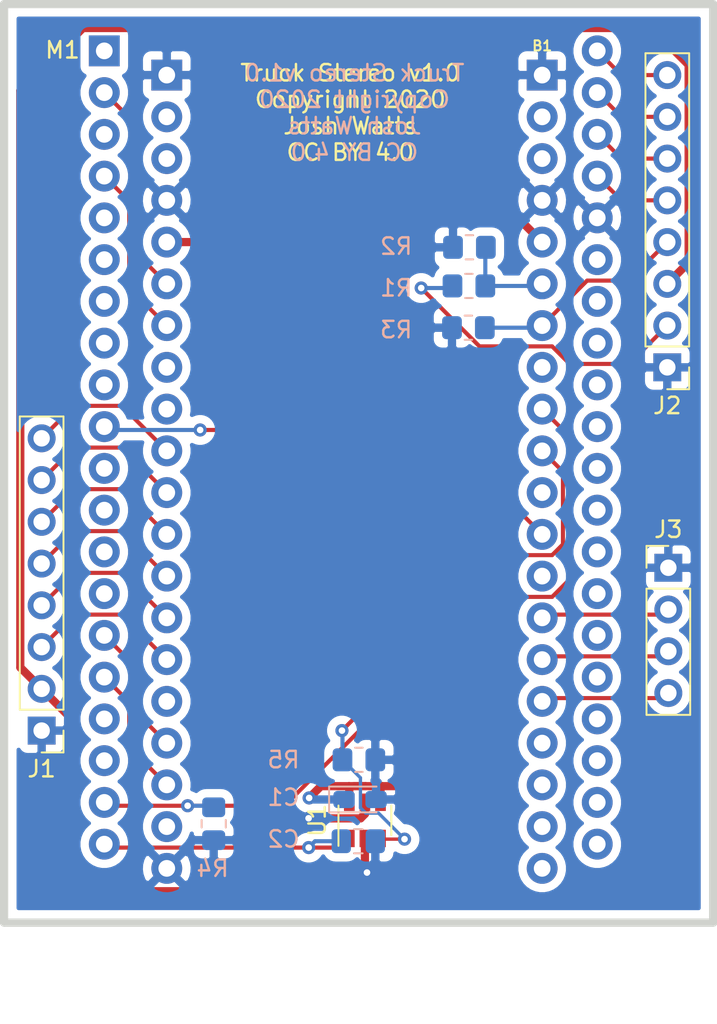
<source format=kicad_pcb>
(kicad_pcb (version 20171130) (host pcbnew 5.1.7-a382d34a8~87~ubuntu18.04.1)

  (general
    (thickness 1.6)
    (drawings 6)
    (tracks 149)
    (zones 0)
    (modules 13)
    (nets 70)
  )

  (page A4)
  (layers
    (0 F.Cu signal)
    (31 B.Cu signal)
    (32 B.Adhes user)
    (33 F.Adhes user)
    (34 B.Paste user)
    (35 F.Paste user)
    (36 B.SilkS user)
    (37 F.SilkS user)
    (38 B.Mask user)
    (39 F.Mask user)
    (40 Dwgs.User user hide)
    (41 Cmts.User user)
    (42 Eco1.User user)
    (43 Eco2.User user)
    (44 Edge.Cuts user)
    (45 Margin user)
    (46 B.CrtYd user)
    (47 F.CrtYd user)
    (48 B.Fab user)
    (49 F.Fab user)
  )

  (setup
    (last_trace_width 0.25)
    (user_trace_width 0.2032)
    (user_trace_width 0.25)
    (user_trace_width 0.5)
    (trace_clearance 0.2)
    (zone_clearance 0.508)
    (zone_45_only no)
    (trace_min 0.2)
    (via_size 0.8)
    (via_drill 0.4)
    (via_min_size 0.4)
    (via_min_drill 0.3)
    (uvia_size 0.3)
    (uvia_drill 0.1)
    (uvias_allowed no)
    (uvia_min_size 0.2)
    (uvia_min_drill 0.1)
    (edge_width 0.05)
    (segment_width 0.2)
    (pcb_text_width 0.3)
    (pcb_text_size 1.5 1.5)
    (mod_edge_width 0.12)
    (mod_text_size 1 1)
    (mod_text_width 0.15)
    (pad_size 1.524 1.524)
    (pad_drill 0.762)
    (pad_to_mask_clearance 0)
    (aux_axis_origin 0 0)
    (visible_elements FFFFFF7F)
    (pcbplotparams
      (layerselection 0x010fc_ffffffff)
      (usegerberextensions false)
      (usegerberattributes true)
      (usegerberadvancedattributes true)
      (creategerberjobfile true)
      (excludeedgelayer true)
      (linewidth 0.100000)
      (plotframeref false)
      (viasonmask false)
      (mode 1)
      (useauxorigin false)
      (hpglpennumber 1)
      (hpglpenspeed 20)
      (hpglpendiameter 15.000000)
      (psnegative false)
      (psa4output false)
      (plotreference true)
      (plotvalue true)
      (plotinvisibletext false)
      (padsonsilk false)
      (subtractmaskfromsilk false)
      (outputformat 1)
      (mirror false)
      (drillshape 0)
      (scaleselection 1)
      (outputdirectory "gerb/"))
  )

  (net 0 "")
  (net 1 GND)
  (net 2 "Net-(B1-Pad2)")
  (net 3 "Net-(B1-Pad3)")
  (net 4 +3V3)
  (net 5 "Net-(B1-Pad8)")
  (net 6 /RN52_PWREN)
  (net 7 /RN52_VDD_SW)
  (net 8 /RN52_FRST)
  (net 9 /~RN52_CMD)
  (net 10 /RN52_INT)
  (net 11 /ROT_SW)
  (net 12 /ROT_B)
  (net 13 /ROT_A)
  (net 14 "Net-(B1-Pad17)")
  (net 15 "Net-(B1-Pad18)")
  (net 16 "Net-(B1-Pad19)")
  (net 17 "Net-(B1-Pad20)")
  (net 18 "Net-(B1-Pad22)")
  (net 19 /ESP32_TX)
  (net 20 /ESP32_RX)
  (net 21 "Net-(B1-Pad25)")
  (net 22 /DISP_MISO)
  (net 23 /DISP_MOSI)
  (net 24 /DISP_SCLK)
  (net 25 /DISP_DC)
  (net 26 /DISP_RST)
  (net 27 /DISP_CS)
  (net 28 "Net-(B1-Pad32)")
  (net 29 /REMOTE_EN)
  (net 30 "Net-(B1-Pad38)")
  (net 31 "Net-(B1-Pad39)")
  (net 32 /RN52_VDD)
  (net 33 /ESP32_PWREN)
  (net 34 /SPKR_R-)
  (net 35 /SPKR_R+)
  (net 36 /SPKR_L-)
  (net 37 /SPKR_L+)
  (net 38 "Net-(M1-Pad1)")
  (net 39 "Net-(M1-Pad3)")
  (net 40 "Net-(M1-Pad5)")
  (net 41 "Net-(M1-Pad6)")
  (net 42 "Net-(M1-Pad7)")
  (net 43 "Net-(M1-Pad8)")
  (net 44 "Net-(M1-Pad9)")
  (net 45 "Net-(M1-Pad11)")
  (net 46 "Net-(M1-Pad12)")
  (net 47 "Net-(M1-Pad13)")
  (net 48 "Net-(M1-Pad14)")
  (net 49 "Net-(M1-Pad17)")
  (net 50 "Net-(M1-Pad18)")
  (net 51 "Net-(M1-Pad21)")
  (net 52 "Net-(M1-Pad22)")
  (net 53 "Net-(M1-Pad23)")
  (net 54 "Net-(M1-Pad24)")
  (net 55 "Net-(M1-Pad25)")
  (net 56 "Net-(M1-Pad26)")
  (net 57 "Net-(M1-Pad28)")
  (net 58 "Net-(M1-Pad29)")
  (net 59 "Net-(M1-Pad30)")
  (net 60 "Net-(M1-Pad31)")
  (net 61 "Net-(M1-Pad32)")
  (net 62 "Net-(M1-Pad33)")
  (net 63 "Net-(M1-Pad34)")
  (net 64 "Net-(M1-Pad35)")
  (net 65 "Net-(M1-Pad27)")
  (net 66 "Net-(B1-Pad11)")
  (net 67 "Net-(B1-Pad13)")
  (net 68 /ESP32_RST)
  (net 69 "Net-(B1-Pad33)")

  (net_class Default "This is the default net class."
    (clearance 0.2)
    (trace_width 0.25)
    (via_dia 0.8)
    (via_drill 0.4)
    (uvia_dia 0.3)
    (uvia_drill 0.1)
    (add_net +3V3)
    (add_net /DISP_CS)
    (add_net /DISP_DC)
    (add_net /DISP_MISO)
    (add_net /DISP_MOSI)
    (add_net /DISP_RST)
    (add_net /DISP_SCLK)
    (add_net /ESP32_PWREN)
    (add_net /ESP32_RST)
    (add_net /ESP32_RX)
    (add_net /ESP32_TX)
    (add_net /REMOTE_EN)
    (add_net /RN52_FRST)
    (add_net /RN52_INT)
    (add_net /RN52_PWREN)
    (add_net /RN52_VDD)
    (add_net /RN52_VDD_SW)
    (add_net /ROT_A)
    (add_net /ROT_B)
    (add_net /ROT_SW)
    (add_net /SPKR_L+)
    (add_net /SPKR_L-)
    (add_net /SPKR_R+)
    (add_net /SPKR_R-)
    (add_net /~RN52_CMD)
    (add_net GND)
    (add_net "Net-(B1-Pad11)")
    (add_net "Net-(B1-Pad13)")
    (add_net "Net-(B1-Pad17)")
    (add_net "Net-(B1-Pad18)")
    (add_net "Net-(B1-Pad19)")
    (add_net "Net-(B1-Pad2)")
    (add_net "Net-(B1-Pad20)")
    (add_net "Net-(B1-Pad22)")
    (add_net "Net-(B1-Pad25)")
    (add_net "Net-(B1-Pad3)")
    (add_net "Net-(B1-Pad32)")
    (add_net "Net-(B1-Pad33)")
    (add_net "Net-(B1-Pad38)")
    (add_net "Net-(B1-Pad39)")
    (add_net "Net-(B1-Pad8)")
    (add_net "Net-(M1-Pad1)")
    (add_net "Net-(M1-Pad11)")
    (add_net "Net-(M1-Pad12)")
    (add_net "Net-(M1-Pad13)")
    (add_net "Net-(M1-Pad14)")
    (add_net "Net-(M1-Pad17)")
    (add_net "Net-(M1-Pad18)")
    (add_net "Net-(M1-Pad21)")
    (add_net "Net-(M1-Pad22)")
    (add_net "Net-(M1-Pad23)")
    (add_net "Net-(M1-Pad24)")
    (add_net "Net-(M1-Pad25)")
    (add_net "Net-(M1-Pad26)")
    (add_net "Net-(M1-Pad27)")
    (add_net "Net-(M1-Pad28)")
    (add_net "Net-(M1-Pad29)")
    (add_net "Net-(M1-Pad3)")
    (add_net "Net-(M1-Pad30)")
    (add_net "Net-(M1-Pad31)")
    (add_net "Net-(M1-Pad32)")
    (add_net "Net-(M1-Pad33)")
    (add_net "Net-(M1-Pad34)")
    (add_net "Net-(M1-Pad35)")
    (add_net "Net-(M1-Pad5)")
    (add_net "Net-(M1-Pad6)")
    (add_net "Net-(M1-Pad7)")
    (add_net "Net-(M1-Pad8)")
    (add_net "Net-(M1-Pad9)")
  )

  (module Boards:ESP32_THING_NO_ANT (layer F.Cu) (tedit 200000) (tstamp 5FBBEEE5)
    (at 168.656 56.388 180)
    (path /5FBACEB1)
    (attr virtual)
    (fp_text reference B1 (at 1.27 0.508) (layer F.SilkS)
      (effects (font (size 0.6096 0.6096) (thickness 0.127)))
    )
    (fp_text value ESP32_THING_W_ANT_KEEPOUT (at 12.7 -1.27) (layer F.SilkS) hide
      (effects (font (size 0.6096 0.6096) (thickness 0.127)))
    )
    (fp_text user GND (at 20.9804 -1.3335) (layer Dwgs.User)
      (effects (font (size 0.889 0.889) (thickness 0.127)))
    )
    (fp_text user VUSB (at 21.4249 -3.8735) (layer Dwgs.User)
      (effects (font (size 0.889 0.889) (thickness 0.127)))
    )
    (fp_text user VBAT (at 21.4249 -6.4135) (layer Dwgs.User)
      (effects (font (size 0.889 0.889) (thickness 0.127)))
    )
    (fp_text user GND (at 20.9804 -8.9535) (layer Dwgs.User)
      (effects (font (size 0.889 0.889) (thickness 0.127)))
    )
    (fp_text user 3V3 (at 20.9804 -11.4935) (layer Dwgs.User)
      (effects (font (size 0.889 0.889) (thickness 0.127)))
    )
    (fp_text user GND (at 4.3815 -1.5875) (layer Dwgs.User)
      (effects (font (size 0.889 0.889) (thickness 0.127)))
    )
    (fp_text user VUSB (at 4.826 -4.12496) (layer Dwgs.User)
      (effects (font (size 0.889 0.889) (thickness 0.127)))
    )
    (fp_text user GND (at 4.3815 -9.2075) (layer Dwgs.User)
      (effects (font (size 0.889 0.889) (thickness 0.127)))
    )
    (fp_text user 3V3 (at 4.3815 -11.7475) (layer Dwgs.User)
      (effects (font (size 0.889 0.889) (thickness 0.127)))
    )
    (fp_text user !RST! (at 5.2705 -14.2875) (layer Dwgs.User)
      (effects (font (size 0.889 0.889) (thickness 0.127)))
    )
    (fp_text user GND (at 20.9042 -49.5935) (layer Dwgs.User)
      (effects (font (size 0.889 0.889) (thickness 0.127)))
    )
    (fp_text user 36 (at 3.937 -49.7205) (layer Dwgs.User)
      (effects (font (size 0.889 0.889) (thickness 0.127)))
    )
    (fp_text user 37 (at 3.937 -47.1805) (layer Dwgs.User)
      (effects (font (size 0.889 0.889) (thickness 0.127)))
    )
    (fp_text user 38 (at 3.937 -44.6405) (layer Dwgs.User)
      (effects (font (size 0.889 0.889) (thickness 0.127)))
    )
    (fp_text user 39 (at 3.937 -42.1005) (layer Dwgs.User)
      (effects (font (size 0.889 0.889) (thickness 0.127)))
    )
    (fp_text user 16 (at 20.5359 -14.0335) (layer Dwgs.User)
      (effects (font (size 0.889 0.889) (thickness 0.127)))
    )
    (fp_text user 17 (at 20.5359 -16.5735) (layer Dwgs.User)
      (effects (font (size 0.889 0.889) (thickness 0.127)))
    )
    (fp_text user 4 (at 20.0914 -19.1135) (layer Dwgs.User)
      (effects (font (size 0.889 0.889) (thickness 0.127)))
    )
    (fp_text user 0 (at 20.0914 -21.6535) (layer Dwgs.User)
      (effects (font (size 0.889 0.889) (thickness 0.127)))
    )
    (fp_text user 2 (at 20.0914 -24.1935) (layer Dwgs.User)
      (effects (font (size 0.889 0.889) (thickness 0.127)))
    )
    (fp_text user 15 (at 20.5359 -26.73096) (layer Dwgs.User)
      (effects (font (size 0.889 0.889) (thickness 0.127)))
    )
    (fp_text user 5 (at 20.0914 -29.2735) (layer Dwgs.User)
      (effects (font (size 0.889 0.889) (thickness 0.127)))
    )
    (fp_text user 18 (at 20.5359 -31.8135) (layer Dwgs.User)
      (effects (font (size 0.889 0.889) (thickness 0.127)))
    )
    (fp_text user 23 (at 20.5359 -34.3535) (layer Dwgs.User)
      (effects (font (size 0.889 0.889) (thickness 0.127)))
    )
    (fp_text user TX (at 20.5359 -44.5135) (layer Dwgs.User)
      (effects (font (size 0.889 0.889) (thickness 0.127)))
    )
    (fp_text user RX (at 20.5867 -41.9735) (layer Dwgs.User)
      (effects (font (size 0.889 0.889) (thickness 0.127)))
    )
    (fp_text user 22 (at 20.5613 -39.43096) (layer Dwgs.User)
      (effects (font (size 0.889 0.889) (thickness 0.127)))
    )
    (fp_text user 21 (at 20.5359 -47.0535) (layer Dwgs.User)
      (effects (font (size 0.889 0.889) (thickness 0.127)))
    )
    (fp_text user 19 (at 20.5359 -36.8935) (layer Dwgs.User)
      (effects (font (size 0.889 0.889) (thickness 0.127)))
    )
    (fp_text user VBAT (at 4.826 -6.6675) (layer Dwgs.User)
      (effects (font (size 0.889 0.889) (thickness 0.127)))
    )
    (fp_text user 13 (at 3.937 -16.8275) (layer Dwgs.User)
      (effects (font (size 0.889 0.889) (thickness 0.127)))
    )
    (fp_text user 12 (at 3.9116 -19.2405) (layer Dwgs.User)
      (effects (font (size 0.889 0.889) (thickness 0.127)))
    )
    (fp_text user 14 (at 3.9116 -21.7805) (layer Dwgs.User)
      (effects (font (size 0.889 0.889) (thickness 0.127)))
    )
    (fp_text user 27 (at 3.9116 -24.3205) (layer Dwgs.User)
      (effects (font (size 0.889 0.889) (thickness 0.127)))
    )
    (fp_text user 26 (at 3.937 -26.85796) (layer Dwgs.User)
      (effects (font (size 0.889 0.889) (thickness 0.127)))
    )
    (fp_text user 25 (at 3.937 -29.4005) (layer Dwgs.User)
      (effects (font (size 0.889 0.889) (thickness 0.127)))
    )
    (fp_text user 33 (at 3.937 -37.0205) (layer Dwgs.User)
      (effects (font (size 0.889 0.889) (thickness 0.127)))
    )
    (fp_text user 32 (at 3.937 -39.55796) (layer Dwgs.User)
      (effects (font (size 0.889 0.889) (thickness 0.127)))
    )
    (fp_text user 35 (at 3.937 -31.9405) (layer Dwgs.User)
      (effects (font (size 0.889 0.889) (thickness 0.127)))
    )
    (fp_text user 34 (at 3.937 -34.4805) (layer Dwgs.User)
      (effects (font (size 0.889 0.889) (thickness 0.127)))
    )
    (fp_arc (start 24.765 -58.293) (end 24.765 -58.928) (angle 90) (layer Dwgs.User) (width 0.2032))
    (fp_arc (start 0.635 -58.293) (end 0 -58.293) (angle 90) (layer Dwgs.User) (width 0.2032))
    (fp_line (start 0 0) (end 0 -51.435) (layer Dwgs.User) (width 0.2032))
    (fp_line (start 0 -51.435) (end 0 -58.293) (layer Dwgs.User) (width 0.2032))
    (fp_line (start 0.635 -58.928) (end 24.765 -58.928) (layer Dwgs.User) (width 0.2032))
    (fp_line (start 25.4 -58.293) (end 25.4 -51.435) (layer Dwgs.User) (width 0.2032))
    (fp_line (start 25.4 -51.435) (end 25.4 0) (layer Dwgs.User) (width 0.2032))
    (fp_line (start 25.4 0) (end 0 0) (layer Dwgs.User) (width 0.2032))
    (pad 40 thru_hole rect (at 24.13 -1.27 180) (size 1.8796 1.8796) (drill 1.016) (layers *.Cu *.Mask)
      (net 1 GND) (solder_mask_margin 0.1016))
    (pad 39 thru_hole circle (at 24.13 -3.81 180) (size 1.8796 1.8796) (drill 1.016) (layers *.Cu *.Mask)
      (net 31 "Net-(B1-Pad39)") (solder_mask_margin 0.1016))
    (pad 38 thru_hole circle (at 24.13 -6.35 180) (size 1.8796 1.8796) (drill 1.016) (layers *.Cu *.Mask)
      (net 30 "Net-(B1-Pad38)") (solder_mask_margin 0.1016))
    (pad 37 thru_hole circle (at 24.13 -8.89 180) (size 1.8796 1.8796) (drill 1.016) (layers *.Cu *.Mask)
      (net 1 GND) (solder_mask_margin 0.1016))
    (pad 36 thru_hole circle (at 24.13 -11.43 180) (size 1.8796 1.8796) (drill 1.016) (layers *.Cu *.Mask)
      (net 4 +3V3) (solder_mask_margin 0.1016))
    (pad 35 thru_hole circle (at 24.13 -13.97 180) (size 1.8796 1.8796) (drill 1.016) (layers *.Cu *.Mask)
      (net 10 /RN52_INT) (solder_mask_margin 0.1016))
    (pad 34 thru_hole circle (at 24.13 -16.51 180) (size 1.8796 1.8796) (drill 1.016) (layers *.Cu *.Mask)
      (net 8 /RN52_FRST) (solder_mask_margin 0.1016))
    (pad 33 thru_hole circle (at 24.13 -19.05 180) (size 1.8796 1.8796) (drill 1.016) (layers *.Cu *.Mask)
      (net 69 "Net-(B1-Pad33)") (solder_mask_margin 0.1016))
    (pad 32 thru_hole circle (at 24.13 -21.59 180) (size 1.8796 1.8796) (drill 1.016) (layers *.Cu *.Mask)
      (net 28 "Net-(B1-Pad32)") (solder_mask_margin 0.1016))
    (pad 31 thru_hole circle (at 24.13 -24.13 180) (size 1.8796 1.8796) (drill 1.016) (layers *.Cu *.Mask)
      (net 27 /DISP_CS) (solder_mask_margin 0.1016))
    (pad 30 thru_hole circle (at 24.13 -26.67 180) (size 1.8796 1.8796) (drill 1.016) (layers *.Cu *.Mask)
      (net 26 /DISP_RST) (solder_mask_margin 0.1016))
    (pad 29 thru_hole circle (at 24.13 -29.21 180) (size 1.8796 1.8796) (drill 1.016) (layers *.Cu *.Mask)
      (net 25 /DISP_DC) (solder_mask_margin 0.1016))
    (pad 28 thru_hole circle (at 24.13 -31.75 180) (size 1.8796 1.8796) (drill 1.016) (layers *.Cu *.Mask)
      (net 24 /DISP_SCLK) (solder_mask_margin 0.1016))
    (pad 27 thru_hole circle (at 24.13 -34.29 180) (size 1.8796 1.8796) (drill 1.016) (layers *.Cu *.Mask)
      (net 23 /DISP_MOSI) (solder_mask_margin 0.1016))
    (pad 26 thru_hole circle (at 24.13 -36.83 180) (size 1.8796 1.8796) (drill 1.016) (layers *.Cu *.Mask)
      (net 22 /DISP_MISO) (solder_mask_margin 0.1016))
    (pad 25 thru_hole circle (at 24.13 -39.37 180) (size 1.8796 1.8796) (drill 1.016) (layers *.Cu *.Mask)
      (net 21 "Net-(B1-Pad25)") (solder_mask_margin 0.1016))
    (pad 24 thru_hole circle (at 24.13 -41.91 180) (size 1.8796 1.8796) (drill 1.016) (layers *.Cu *.Mask)
      (net 20 /ESP32_RX) (solder_mask_margin 0.1016))
    (pad 23 thru_hole circle (at 24.13 -44.45 180) (size 1.8796 1.8796) (drill 1.016) (layers *.Cu *.Mask)
      (net 19 /ESP32_TX) (solder_mask_margin 0.1016))
    (pad 22 thru_hole circle (at 24.13 -46.99 180) (size 1.8796 1.8796) (drill 1.016) (layers *.Cu *.Mask)
      (net 18 "Net-(B1-Pad22)") (solder_mask_margin 0.1016))
    (pad 21 thru_hole circle (at 24.13 -49.53 180) (size 1.8796 1.8796) (drill 1.016) (layers *.Cu *.Mask)
      (net 1 GND) (solder_mask_margin 0.1016))
    (pad 20 thru_hole circle (at 1.27 -49.53 180) (size 1.8796 1.8796) (drill 1.016) (layers *.Cu *.Mask)
      (net 17 "Net-(B1-Pad20)") (solder_mask_margin 0.1016))
    (pad 19 thru_hole circle (at 1.27 -46.99 180) (size 1.8796 1.8796) (drill 1.016) (layers *.Cu *.Mask)
      (net 16 "Net-(B1-Pad19)") (solder_mask_margin 0.1016))
    (pad 18 thru_hole circle (at 1.27 -44.45 180) (size 1.8796 1.8796) (drill 1.016) (layers *.Cu *.Mask)
      (net 15 "Net-(B1-Pad18)") (solder_mask_margin 0.1016))
    (pad 17 thru_hole circle (at 1.27 -41.91 180) (size 1.8796 1.8796) (drill 1.016) (layers *.Cu *.Mask)
      (net 14 "Net-(B1-Pad17)") (solder_mask_margin 0.1016))
    (pad 16 thru_hole circle (at 1.27 -39.37 180) (size 1.8796 1.8796) (drill 1.016) (layers *.Cu *.Mask)
      (net 13 /ROT_A) (solder_mask_margin 0.1016))
    (pad 15 thru_hole circle (at 1.27 -36.83 180) (size 1.8796 1.8796) (drill 1.016) (layers *.Cu *.Mask)
      (net 12 /ROT_B) (solder_mask_margin 0.1016))
    (pad 14 thru_hole circle (at 1.27 -34.29 180) (size 1.8796 1.8796) (drill 1.016) (layers *.Cu *.Mask)
      (net 11 /ROT_SW) (solder_mask_margin 0.1016))
    (pad 13 thru_hole circle (at 1.27 -31.75 180) (size 1.8796 1.8796) (drill 1.016) (layers *.Cu *.Mask)
      (net 67 "Net-(B1-Pad13)") (solder_mask_margin 0.1016))
    (pad 12 thru_hole circle (at 1.27 -29.21 180) (size 1.8796 1.8796) (drill 1.016) (layers *.Cu *.Mask)
      (net 9 /~RN52_CMD) (solder_mask_margin 0.1016))
    (pad 11 thru_hole circle (at 1.27 -26.67 180) (size 1.8796 1.8796) (drill 1.016) (layers *.Cu *.Mask)
      (net 66 "Net-(B1-Pad11)") (solder_mask_margin 0.1016))
    (pad 10 thru_hole circle (at 1.27 -24.13 180) (size 1.8796 1.8796) (drill 1.016) (layers *.Cu *.Mask)
      (net 7 /RN52_VDD_SW) (solder_mask_margin 0.1016))
    (pad 9 thru_hole circle (at 1.27 -21.59 180) (size 1.8796 1.8796) (drill 1.016) (layers *.Cu *.Mask)
      (net 6 /RN52_PWREN) (solder_mask_margin 0.1016))
    (pad 8 thru_hole circle (at 1.27 -19.05 180) (size 1.8796 1.8796) (drill 1.016) (layers *.Cu *.Mask)
      (net 5 "Net-(B1-Pad8)") (solder_mask_margin 0.1016))
    (pad 7 thru_hole circle (at 1.27 -16.51 180) (size 1.8796 1.8796) (drill 1.016) (layers *.Cu *.Mask)
      (net 29 /REMOTE_EN) (solder_mask_margin 0.1016))
    (pad 6 thru_hole circle (at 1.27 -13.97 180) (size 1.8796 1.8796) (drill 1.016) (layers *.Cu *.Mask)
      (net 68 /ESP32_RST) (solder_mask_margin 0.1016))
    (pad 5 thru_hole circle (at 1.27 -11.43 180) (size 1.8796 1.8796) (drill 1.016) (layers *.Cu *.Mask)
      (net 4 +3V3) (solder_mask_margin 0.1016))
    (pad 4 thru_hole circle (at 1.27 -8.89 180) (size 1.8796 1.8796) (drill 1.016) (layers *.Cu *.Mask)
      (net 1 GND) (solder_mask_margin 0.1016))
    (pad 3 thru_hole circle (at 1.27 -6.35 180) (size 1.8796 1.8796) (drill 1.016) (layers *.Cu *.Mask)
      (net 3 "Net-(B1-Pad3)") (solder_mask_margin 0.1016))
    (pad 2 thru_hole circle (at 1.27 -3.81 180) (size 1.8796 1.8796) (drill 1.016) (layers *.Cu *.Mask)
      (net 2 "Net-(B1-Pad2)") (solder_mask_margin 0.1016))
    (pad 1 thru_hole rect (at 1.27 -1.27 180) (size 1.8796 1.8796) (drill 1.016) (layers *.Cu *.Mask)
      (net 1 GND) (solder_mask_margin 0.1016))
  )

  (module truck_stereo:sparkfun-rn-52 locked (layer F.Cu) (tedit 5FBAFF2F) (tstamp 5FBB8939)
    (at 140.7198 56.1848)
    (path /5FBBB0C2)
    (fp_text reference M1 (at -2.5438 -0.0508) (layer F.SilkS)
      (effects (font (size 1 1) (thickness 0.15)))
    )
    (fp_text value BLUETOOTH-RN-52 (at 14.4742 -0.8128) (layer F.Fab) hide
      (effects (font (size 1 1) (thickness 0.15)))
    )
    (pad 1 thru_hole rect (at 0 0) (size 1.8796 1.8796) (drill 1.016) (layers *.Cu *.Mask)
      (net 38 "Net-(M1-Pad1)") (solder_mask_margin 0.1016))
    (pad 2 thru_hole circle (at 0 2.54) (size 1.8796 1.8796) (drill 1.016) (layers *.Cu *.Mask)
      (net 10 /RN52_INT) (solder_mask_margin 0.1016))
    (pad 3 thru_hole circle (at 0 5.08) (size 1.8796 1.8796) (drill 1.016) (layers *.Cu *.Mask)
      (net 39 "Net-(M1-Pad3)") (solder_mask_margin 0.1016))
    (pad 4 thru_hole circle (at 0 7.62) (size 1.8796 1.8796) (drill 1.016) (layers *.Cu *.Mask)
      (net 8 /RN52_FRST) (solder_mask_margin 0.1016))
    (pad 5 thru_hole circle (at 0 10.16) (size 1.8796 1.8796) (drill 1.016) (layers *.Cu *.Mask)
      (net 40 "Net-(M1-Pad5)") (solder_mask_margin 0.1016))
    (pad 6 thru_hole circle (at 0 12.7) (size 1.8796 1.8796) (drill 1.016) (layers *.Cu *.Mask)
      (net 41 "Net-(M1-Pad6)") (solder_mask_margin 0.1016))
    (pad 7 thru_hole circle (at 0 15.24) (size 1.8796 1.8796) (drill 1.016) (layers *.Cu *.Mask)
      (net 42 "Net-(M1-Pad7)") (solder_mask_margin 0.1016))
    (pad 8 thru_hole circle (at 0 17.78) (size 1.8796 1.8796) (drill 1.016) (layers *.Cu *.Mask)
      (net 43 "Net-(M1-Pad8)") (solder_mask_margin 0.1016))
    (pad 9 thru_hole circle (at 0 20.32) (size 1.8796 1.8796) (drill 1.016) (layers *.Cu *.Mask)
      (net 44 "Net-(M1-Pad9)") (solder_mask_margin 0.1016))
    (pad 10 thru_hole circle (at 0 22.86) (size 1.8796 1.8796) (drill 1.016) (layers *.Cu *.Mask)
      (net 9 /~RN52_CMD) (solder_mask_margin 0.1016))
    (pad 11 thru_hole circle (at 0 25.4) (size 1.8796 1.8796) (drill 1.016) (layers *.Cu *.Mask)
      (net 45 "Net-(M1-Pad11)") (solder_mask_margin 0.1016))
    (pad 12 thru_hole circle (at 0 27.94) (size 1.8796 1.8796) (drill 1.016) (layers *.Cu *.Mask)
      (net 46 "Net-(M1-Pad12)") (solder_mask_margin 0.1016))
    (pad 13 thru_hole circle (at 0 30.48) (size 1.8796 1.8796) (drill 1.016) (layers *.Cu *.Mask)
      (net 47 "Net-(M1-Pad13)") (solder_mask_margin 0.1016))
    (pad 14 thru_hole circle (at 0 33.02) (size 1.8796 1.8796) (drill 1.016) (layers *.Cu *.Mask)
      (net 48 "Net-(M1-Pad14)") (solder_mask_margin 0.1016))
    (pad 15 thru_hole circle (at 0 35.56) (size 1.8796 1.8796) (drill 1.016) (layers *.Cu *.Mask)
      (net 20 /ESP32_RX) (solder_mask_margin 0.1016))
    (pad 16 thru_hole circle (at 0 38.1) (size 1.8796 1.8796) (drill 1.016) (layers *.Cu *.Mask)
      (net 19 /ESP32_TX) (solder_mask_margin 0.1016))
    (pad 17 thru_hole circle (at 0 40.64) (size 1.8796 1.8796) (drill 1.016) (layers *.Cu *.Mask)
      (net 49 "Net-(M1-Pad17)") (solder_mask_margin 0.1016))
    (pad 18 thru_hole circle (at 0 43.18) (size 1.8796 1.8796) (drill 1.016) (layers *.Cu *.Mask)
      (net 50 "Net-(M1-Pad18)") (solder_mask_margin 0.1016))
    (pad 19 thru_hole circle (at 0 45.72) (size 1.8796 1.8796) (drill 1.016) (layers *.Cu *.Mask)
      (net 6 /RN52_PWREN) (solder_mask_margin 0.1016))
    (pad 20 thru_hole circle (at 0 48.26) (size 1.8796 1.8796) (drill 1.016) (layers *.Cu *.Mask)
      (net 32 /RN52_VDD) (solder_mask_margin 0.1016))
    (pad 21 thru_hole circle (at 30.02 48.26) (size 1.8796 1.8796) (drill 1.016) (layers *.Cu *.Mask)
      (net 51 "Net-(M1-Pad21)") (solder_mask_margin 0.1016))
    (pad 22 thru_hole circle (at 30.02 45.72) (size 1.8796 1.8796) (drill 1.016) (layers *.Cu *.Mask)
      (net 52 "Net-(M1-Pad22)") (solder_mask_margin 0.1016))
    (pad 23 thru_hole circle (at 30.02 43.18) (size 1.8796 1.8796) (drill 1.016) (layers *.Cu *.Mask)
      (net 53 "Net-(M1-Pad23)") (solder_mask_margin 0.1016))
    (pad 24 thru_hole circle (at 30.02 40.64) (size 1.8796 1.8796) (drill 1.016) (layers *.Cu *.Mask)
      (net 54 "Net-(M1-Pad24)") (solder_mask_margin 0.1016))
    (pad 25 thru_hole circle (at 30.02 38.1) (size 1.8796 1.8796) (drill 1.016) (layers *.Cu *.Mask)
      (net 55 "Net-(M1-Pad25)") (solder_mask_margin 0.1016))
    (pad 26 thru_hole circle (at 30.02 35.56) (size 1.8796 1.8796) (drill 1.016) (layers *.Cu *.Mask)
      (net 56 "Net-(M1-Pad26)") (solder_mask_margin 0.1016))
    (pad 28 thru_hole circle (at 30.02 30.48) (size 1.8796 1.8796) (drill 1.016) (layers *.Cu *.Mask)
      (net 57 "Net-(M1-Pad28)") (solder_mask_margin 0.1016))
    (pad 29 thru_hole circle (at 30.02 27.94) (size 1.8796 1.8796) (drill 1.016) (layers *.Cu *.Mask)
      (net 58 "Net-(M1-Pad29)") (solder_mask_margin 0.1016))
    (pad 30 thru_hole circle (at 30.02 25.4) (size 1.8796 1.8796) (drill 1.016) (layers *.Cu *.Mask)
      (net 59 "Net-(M1-Pad30)") (solder_mask_margin 0.1016))
    (pad 31 thru_hole circle (at 30.02 22.86) (size 1.8796 1.8796) (drill 1.016) (layers *.Cu *.Mask)
      (net 60 "Net-(M1-Pad31)") (solder_mask_margin 0.1016))
    (pad 32 thru_hole circle (at 30.02 20.32) (size 1.8796 1.8796) (drill 1.016) (layers *.Cu *.Mask)
      (net 61 "Net-(M1-Pad32)") (solder_mask_margin 0.1016))
    (pad 33 thru_hole circle (at 30.02 17.78) (size 1.8796 1.8796) (drill 1.016) (layers *.Cu *.Mask)
      (net 62 "Net-(M1-Pad33)") (solder_mask_margin 0.1016))
    (pad 34 thru_hole circle (at 30.02 15.24) (size 1.8796 1.8796) (drill 1.016) (layers *.Cu *.Mask)
      (net 63 "Net-(M1-Pad34)") (solder_mask_margin 0.1016))
    (pad 35 thru_hole circle (at 30.02 12.7) (size 1.8796 1.8796) (drill 1.016) (layers *.Cu *.Mask)
      (net 64 "Net-(M1-Pad35)") (solder_mask_margin 0.1016))
    (pad 36 thru_hole circle (at 30.02 10.16) (size 1.8796 1.8796) (drill 1.016) (layers *.Cu *.Mask)
      (net 1 GND) (solder_mask_margin 0.1016))
    (pad 37 thru_hole circle (at 30.02 7.62) (size 1.8796 1.8796) (drill 1.016) (layers *.Cu *.Mask)
      (net 34 /SPKR_R-) (solder_mask_margin 0.1016))
    (pad 38 thru_hole circle (at 30.02 5.08) (size 1.8796 1.8796) (drill 1.016) (layers *.Cu *.Mask)
      (net 36 /SPKR_L-) (solder_mask_margin 0.1016))
    (pad 39 thru_hole circle (at 30.02 2.54) (size 1.8796 1.8796) (drill 1.016) (layers *.Cu *.Mask)
      (net 35 /SPKR_R+) (solder_mask_margin 0.1016))
    (pad 40 thru_hole circle (at 30.02 0) (size 1.8796 1.8796) (drill 1.016) (layers *.Cu *.Mask)
      (net 37 /SPKR_L+) (solder_mask_margin 0.1016))
    (pad 27 thru_hole circle (at 30.02 33.02) (size 1.8796 1.8796) (drill 1.016) (layers *.Cu *.Mask)
      (net 65 "Net-(M1-Pad27)") (solder_mask_margin 0.1016))
  )

  (module Connector_PinHeader_2.54mm:PinHeader_1x08_P2.54mm_Vertical (layer F.Cu) (tedit 59FED5CC) (tstamp 5FBB88D9)
    (at 136.906 97.536 180)
    (descr "Through hole straight pin header, 1x08, 2.54mm pitch, single row")
    (tags "Through hole pin header THT 1x08 2.54mm single row")
    (path /5FD4C8CC)
    (fp_text reference J1 (at 0 -2.33) (layer F.SilkS)
      (effects (font (size 1 1) (thickness 0.15)))
    )
    (fp_text value Conn_01x08_Male (at 0 20.11) (layer F.Fab) hide
      (effects (font (size 1 1) (thickness 0.15)))
    )
    (fp_text user %R (at 0 8.89 90) (layer F.Fab)
      (effects (font (size 1 1) (thickness 0.15)))
    )
    (fp_line (start -0.635 -1.27) (end 1.27 -1.27) (layer F.Fab) (width 0.1))
    (fp_line (start 1.27 -1.27) (end 1.27 19.05) (layer F.Fab) (width 0.1))
    (fp_line (start 1.27 19.05) (end -1.27 19.05) (layer F.Fab) (width 0.1))
    (fp_line (start -1.27 19.05) (end -1.27 -0.635) (layer F.Fab) (width 0.1))
    (fp_line (start -1.27 -0.635) (end -0.635 -1.27) (layer F.Fab) (width 0.1))
    (fp_line (start -1.33 19.11) (end 1.33 19.11) (layer F.SilkS) (width 0.12))
    (fp_line (start -1.33 1.27) (end -1.33 19.11) (layer F.SilkS) (width 0.12))
    (fp_line (start 1.33 1.27) (end 1.33 19.11) (layer F.SilkS) (width 0.12))
    (fp_line (start -1.33 1.27) (end 1.33 1.27) (layer F.SilkS) (width 0.12))
    (fp_line (start -1.33 0) (end -1.33 -1.33) (layer F.SilkS) (width 0.12))
    (fp_line (start -1.33 -1.33) (end 0 -1.33) (layer F.SilkS) (width 0.12))
    (fp_line (start -1.8 -1.8) (end -1.8 19.55) (layer F.CrtYd) (width 0.05))
    (fp_line (start -1.8 19.55) (end 1.8 19.55) (layer F.CrtYd) (width 0.05))
    (fp_line (start 1.8 19.55) (end 1.8 -1.8) (layer F.CrtYd) (width 0.05))
    (fp_line (start 1.8 -1.8) (end -1.8 -1.8) (layer F.CrtYd) (width 0.05))
    (pad 8 thru_hole oval (at 0 17.78 180) (size 1.7 1.7) (drill 1) (layers *.Cu *.Mask)
      (net 27 /DISP_CS))
    (pad 7 thru_hole oval (at 0 15.24 180) (size 1.7 1.7) (drill 1) (layers *.Cu *.Mask)
      (net 26 /DISP_RST))
    (pad 6 thru_hole oval (at 0 12.7 180) (size 1.7 1.7) (drill 1) (layers *.Cu *.Mask)
      (net 25 /DISP_DC))
    (pad 5 thru_hole oval (at 0 10.16 180) (size 1.7 1.7) (drill 1) (layers *.Cu *.Mask)
      (net 24 /DISP_SCLK))
    (pad 4 thru_hole oval (at 0 7.62 180) (size 1.7 1.7) (drill 1) (layers *.Cu *.Mask)
      (net 23 /DISP_MOSI))
    (pad 3 thru_hole oval (at 0 5.08 180) (size 1.7 1.7) (drill 1) (layers *.Cu *.Mask)
      (net 22 /DISP_MISO))
    (pad 2 thru_hole oval (at 0 2.54 180) (size 1.7 1.7) (drill 1) (layers *.Cu *.Mask)
      (net 4 +3V3))
    (pad 1 thru_hole rect (at 0 0 180) (size 1.7 1.7) (drill 1) (layers *.Cu *.Mask)
      (net 1 GND))
    (model ${KISYS3DMOD}/Connector_PinHeader_2.54mm.3dshapes/PinHeader_1x08_P2.54mm_Vertical.wrl
      (at (xyz 0 0 0))
      (scale (xyz 1 1 1))
      (rotate (xyz 0 0 0))
    )
  )

  (module Connector_PinHeader_2.54mm:PinHeader_1x08_P2.54mm_Vertical (layer F.Cu) (tedit 59FED5CC) (tstamp 5FBBD479)
    (at 175.006 75.438 180)
    (descr "Through hole straight pin header, 1x08, 2.54mm pitch, single row")
    (tags "Through hole pin header THT 1x08 2.54mm single row")
    (path /5FBDADDB)
    (fp_text reference J2 (at 0 -2.33) (layer F.SilkS)
      (effects (font (size 1 1) (thickness 0.15)))
    )
    (fp_text value Conn_01x08_Male (at 0 20.11) (layer F.Fab) hide
      (effects (font (size 1 1) (thickness 0.15)))
    )
    (fp_line (start 1.8 -1.8) (end -1.8 -1.8) (layer F.CrtYd) (width 0.05))
    (fp_line (start 1.8 19.55) (end 1.8 -1.8) (layer F.CrtYd) (width 0.05))
    (fp_line (start -1.8 19.55) (end 1.8 19.55) (layer F.CrtYd) (width 0.05))
    (fp_line (start -1.8 -1.8) (end -1.8 19.55) (layer F.CrtYd) (width 0.05))
    (fp_line (start -1.33 -1.33) (end 0 -1.33) (layer F.SilkS) (width 0.12))
    (fp_line (start -1.33 0) (end -1.33 -1.33) (layer F.SilkS) (width 0.12))
    (fp_line (start -1.33 1.27) (end 1.33 1.27) (layer F.SilkS) (width 0.12))
    (fp_line (start 1.33 1.27) (end 1.33 19.11) (layer F.SilkS) (width 0.12))
    (fp_line (start -1.33 1.27) (end -1.33 19.11) (layer F.SilkS) (width 0.12))
    (fp_line (start -1.33 19.11) (end 1.33 19.11) (layer F.SilkS) (width 0.12))
    (fp_line (start -1.27 -0.635) (end -0.635 -1.27) (layer F.Fab) (width 0.1))
    (fp_line (start -1.27 19.05) (end -1.27 -0.635) (layer F.Fab) (width 0.1))
    (fp_line (start 1.27 19.05) (end -1.27 19.05) (layer F.Fab) (width 0.1))
    (fp_line (start 1.27 -1.27) (end 1.27 19.05) (layer F.Fab) (width 0.1))
    (fp_line (start -0.635 -1.27) (end 1.27 -1.27) (layer F.Fab) (width 0.1))
    (fp_text user %R (at 0 8.89 90) (layer F.Fab)
      (effects (font (size 1 1) (thickness 0.15)))
    )
    (pad 1 thru_hole rect (at 0 0 180) (size 1.7 1.7) (drill 1) (layers *.Cu *.Mask)
      (net 1 GND))
    (pad 2 thru_hole oval (at 0 2.54 180) (size 1.7 1.7) (drill 1) (layers *.Cu *.Mask)
      (net 33 /ESP32_PWREN))
    (pad 3 thru_hole oval (at 0 5.08 180) (size 1.7 1.7) (drill 1) (layers *.Cu *.Mask)
      (net 4 +3V3))
    (pad 4 thru_hole oval (at 0 7.62 180) (size 1.7 1.7) (drill 1) (layers *.Cu *.Mask)
      (net 29 /REMOTE_EN))
    (pad 5 thru_hole oval (at 0 10.16 180) (size 1.7 1.7) (drill 1) (layers *.Cu *.Mask)
      (net 34 /SPKR_R-))
    (pad 6 thru_hole oval (at 0 12.7 180) (size 1.7 1.7) (drill 1) (layers *.Cu *.Mask)
      (net 36 /SPKR_L-))
    (pad 7 thru_hole oval (at 0 15.24 180) (size 1.7 1.7) (drill 1) (layers *.Cu *.Mask)
      (net 35 /SPKR_R+))
    (pad 8 thru_hole oval (at 0 17.78 180) (size 1.7 1.7) (drill 1) (layers *.Cu *.Mask)
      (net 37 /SPKR_L+))
    (model ${KISYS3DMOD}/Connector_PinHeader_2.54mm.3dshapes/PinHeader_1x08_P2.54mm_Vertical.wrl
      (at (xyz 0 0 0))
      (scale (xyz 1 1 1))
      (rotate (xyz 0 0 0))
    )
  )

  (module Capacitor_Tantalum_SMD:CP_EIA-2012-15_AVX-P_Pad1.30x1.05mm_HandSolder (layer B.Cu) (tedit 5EBA9318) (tstamp 5FBB88AC)
    (at 156.296 101.727)
    (descr "Tantalum Capacitor SMD AVX-P (2012-15 Metric), IPC_7351 nominal, (Body size from: https://www.vishay.com/docs/40182/tmch.pdf), generated with kicad-footprint-generator")
    (tags "capacitor tantalum")
    (path /5FCE996C)
    (attr smd)
    (fp_text reference C1 (at -4.658 -0.127 180) (layer B.SilkS)
      (effects (font (size 1 1) (thickness 0.15)) (justify mirror))
    )
    (fp_text value 1uF (at 6.264 -0.127 180) (layer B.Fab)
      (effects (font (size 1 1) (thickness 0.15)) (justify mirror))
    )
    (fp_line (start 1.88 -0.88) (end -1.88 -0.88) (layer B.CrtYd) (width 0.05))
    (fp_line (start 1.88 0.88) (end 1.88 -0.88) (layer B.CrtYd) (width 0.05))
    (fp_line (start -1.88 0.88) (end 1.88 0.88) (layer B.CrtYd) (width 0.05))
    (fp_line (start -1.88 -0.88) (end -1.88 0.88) (layer B.CrtYd) (width 0.05))
    (fp_line (start -1.885 -0.785) (end 1 -0.785) (layer B.SilkS) (width 0.12))
    (fp_line (start -1.885 0.785) (end -1.885 -0.785) (layer B.SilkS) (width 0.12))
    (fp_line (start 1 0.785) (end -1.885 0.785) (layer B.SilkS) (width 0.12))
    (fp_line (start 1 -0.625) (end 1 0.625) (layer B.Fab) (width 0.1))
    (fp_line (start -1 -0.625) (end 1 -0.625) (layer B.Fab) (width 0.1))
    (fp_line (start -1 0.3125) (end -1 -0.625) (layer B.Fab) (width 0.1))
    (fp_line (start -0.6875 0.625) (end -1 0.3125) (layer B.Fab) (width 0.1))
    (fp_line (start 1 0.625) (end -0.6875 0.625) (layer B.Fab) (width 0.1))
    (fp_text user %R (at 0 0 180) (layer B.Fab)
      (effects (font (size 0.5 0.5) (thickness 0.08)) (justify mirror))
    )
    (pad 1 smd roundrect (at -0.975 0) (size 1.3 1.05) (layers B.Cu B.Paste B.Mask) (roundrect_rratio 0.2380942857142857)
      (net 4 +3V3))
    (pad 2 smd roundrect (at 0.975 0) (size 1.3 1.05) (layers B.Cu B.Paste B.Mask) (roundrect_rratio 0.2380942857142857)
      (net 1 GND))
    (model ${KISYS3DMOD}/Capacitor_Tantalum_SMD.3dshapes/CP_EIA-2012-15_AVX-P.wrl
      (at (xyz 0 0 0))
      (scale (xyz 1 1 1))
      (rotate (xyz 0 0 0))
    )
  )

  (module Capacitor_SMD:C_0805_2012Metric_Pad1.18x1.45mm_HandSolder (layer B.Cu) (tedit 5F68FEEF) (tstamp 5FBB9F67)
    (at 156.1885 104.267)
    (descr "Capacitor SMD 0805 (2012 Metric), square (rectangular) end terminal, IPC_7351 nominal with elongated pad for handsoldering. (Body size source: IPC-SM-782 page 76, https://www.pcb-3d.com/wordpress/wp-content/uploads/ipc-sm-782a_amendment_1_and_2.pdf, https://docs.google.com/spreadsheets/d/1BsfQQcO9C6DZCsRaXUlFlo91Tg2WpOkGARC1WS5S8t0/edit?usp=sharing), generated with kicad-footprint-generator")
    (tags "capacitor handsolder")
    (path /5FD12665)
    (attr smd)
    (fp_text reference C2 (at -4.5505 -0.127 180) (layer B.SilkS)
      (effects (font (size 1 1) (thickness 0.15)) (justify mirror))
    )
    (fp_text value 0.1uF (at 7.1335 -0.127 180) (layer B.Fab)
      (effects (font (size 1 1) (thickness 0.15)) (justify mirror))
    )
    (fp_line (start 1.88 -0.98) (end -1.88 -0.98) (layer B.CrtYd) (width 0.05))
    (fp_line (start 1.88 0.98) (end 1.88 -0.98) (layer B.CrtYd) (width 0.05))
    (fp_line (start -1.88 0.98) (end 1.88 0.98) (layer B.CrtYd) (width 0.05))
    (fp_line (start -1.88 -0.98) (end -1.88 0.98) (layer B.CrtYd) (width 0.05))
    (fp_line (start -0.261252 -0.735) (end 0.261252 -0.735) (layer B.SilkS) (width 0.12))
    (fp_line (start -0.261252 0.735) (end 0.261252 0.735) (layer B.SilkS) (width 0.12))
    (fp_line (start 1 -0.625) (end -1 -0.625) (layer B.Fab) (width 0.1))
    (fp_line (start 1 0.625) (end 1 -0.625) (layer B.Fab) (width 0.1))
    (fp_line (start -1 0.625) (end 1 0.625) (layer B.Fab) (width 0.1))
    (fp_line (start -1 -0.625) (end -1 0.625) (layer B.Fab) (width 0.1))
    (fp_text user %R (at 0 0 180) (layer B.Fab)
      (effects (font (size 0.5 0.5) (thickness 0.08)) (justify mirror))
    )
    (pad 1 smd roundrect (at -1.0375 0) (size 1.175 1.45) (layers B.Cu B.Paste B.Mask) (roundrect_rratio 0.2127659574468085)
      (net 32 /RN52_VDD))
    (pad 2 smd roundrect (at 1.0375 0) (size 1.175 1.45) (layers B.Cu B.Paste B.Mask) (roundrect_rratio 0.2127659574468085)
      (net 1 GND))
    (model ${KISYS3DMOD}/Capacitor_SMD.3dshapes/C_0805_2012Metric.wrl
      (at (xyz 0 0 0))
      (scale (xyz 1 1 1))
      (rotate (xyz 0 0 0))
    )
  )

  (module Connector_PinHeader_2.54mm:PinHeader_1x04_P2.54mm_Vertical (layer F.Cu) (tedit 59FED5CC) (tstamp 5FBBD3E0)
    (at 175.0695 87.63)
    (descr "Through hole straight pin header, 1x04, 2.54mm pitch, single row")
    (tags "Through hole pin header THT 1x04 2.54mm single row")
    (path /5FD2BED6)
    (fp_text reference J3 (at 0 -2.33) (layer F.SilkS)
      (effects (font (size 1 1) (thickness 0.15)))
    )
    (fp_text value Conn_01x04_Male (at 0 9.95) (layer F.Fab) hide
      (effects (font (size 1 1) (thickness 0.15)))
    )
    (fp_line (start 1.8 -1.8) (end -1.8 -1.8) (layer F.CrtYd) (width 0.05))
    (fp_line (start 1.8 9.4) (end 1.8 -1.8) (layer F.CrtYd) (width 0.05))
    (fp_line (start -1.8 9.4) (end 1.8 9.4) (layer F.CrtYd) (width 0.05))
    (fp_line (start -1.8 -1.8) (end -1.8 9.4) (layer F.CrtYd) (width 0.05))
    (fp_line (start -1.33 -1.33) (end 0 -1.33) (layer F.SilkS) (width 0.12))
    (fp_line (start -1.33 0) (end -1.33 -1.33) (layer F.SilkS) (width 0.12))
    (fp_line (start -1.33 1.27) (end 1.33 1.27) (layer F.SilkS) (width 0.12))
    (fp_line (start 1.33 1.27) (end 1.33 8.95) (layer F.SilkS) (width 0.12))
    (fp_line (start -1.33 1.27) (end -1.33 8.95) (layer F.SilkS) (width 0.12))
    (fp_line (start -1.33 8.95) (end 1.33 8.95) (layer F.SilkS) (width 0.12))
    (fp_line (start -1.27 -0.635) (end -0.635 -1.27) (layer F.Fab) (width 0.1))
    (fp_line (start -1.27 8.89) (end -1.27 -0.635) (layer F.Fab) (width 0.1))
    (fp_line (start 1.27 8.89) (end -1.27 8.89) (layer F.Fab) (width 0.1))
    (fp_line (start 1.27 -1.27) (end 1.27 8.89) (layer F.Fab) (width 0.1))
    (fp_line (start -0.635 -1.27) (end 1.27 -1.27) (layer F.Fab) (width 0.1))
    (fp_text user %R (at 0 3.81 90) (layer F.Fab)
      (effects (font (size 1 1) (thickness 0.15)))
    )
    (pad 1 thru_hole rect (at 0 0) (size 1.7 1.7) (drill 1) (layers *.Cu *.Mask)
      (net 1 GND))
    (pad 2 thru_hole oval (at 0 2.54) (size 1.7 1.7) (drill 1) (layers *.Cu *.Mask)
      (net 11 /ROT_SW))
    (pad 3 thru_hole oval (at 0 5.08) (size 1.7 1.7) (drill 1) (layers *.Cu *.Mask)
      (net 12 /ROT_B))
    (pad 4 thru_hole oval (at 0 7.62) (size 1.7 1.7) (drill 1) (layers *.Cu *.Mask)
      (net 13 /ROT_A))
    (model ${KISYS3DMOD}/Connector_PinHeader_2.54mm.3dshapes/PinHeader_1x04_P2.54mm_Vertical.wrl
      (at (xyz 0 0 0))
      (scale (xyz 1 1 1))
      (rotate (xyz 0 0 0))
    )
  )

  (module Resistor_SMD:R_0805_2012Metric_Pad1.20x1.40mm_HandSolder (layer B.Cu) (tedit 5F68FEEE) (tstamp 5FBB894A)
    (at 162.925 70.485)
    (descr "Resistor SMD 0805 (2012 Metric), square (rectangular) end terminal, IPC_7351 nominal with elongated pad for handsoldering. (Body size source: IPC-SM-782 page 72, https://www.pcb-3d.com/wordpress/wp-content/uploads/ipc-sm-782a_amendment_1_and_2.pdf), generated with kicad-footprint-generator")
    (tags "resistor handsolder")
    (path /5FC2DC88)
    (attr smd)
    (fp_text reference R1 (at -4.429 0.127 180) (layer B.SilkS)
      (effects (font (size 1 1) (thickness 0.15)) (justify mirror))
    )
    (fp_text value 1k (at -6.461 0.127 180) (layer B.Fab)
      (effects (font (size 1 1) (thickness 0.15)) (justify mirror))
    )
    (fp_text user %R (at 0 0 180) (layer B.Fab)
      (effects (font (size 0.5 0.5) (thickness 0.08)) (justify mirror))
    )
    (fp_line (start -1 -0.625) (end -1 0.625) (layer B.Fab) (width 0.1))
    (fp_line (start -1 0.625) (end 1 0.625) (layer B.Fab) (width 0.1))
    (fp_line (start 1 0.625) (end 1 -0.625) (layer B.Fab) (width 0.1))
    (fp_line (start 1 -0.625) (end -1 -0.625) (layer B.Fab) (width 0.1))
    (fp_line (start -0.227064 0.735) (end 0.227064 0.735) (layer B.SilkS) (width 0.12))
    (fp_line (start -0.227064 -0.735) (end 0.227064 -0.735) (layer B.SilkS) (width 0.12))
    (fp_line (start -1.85 -0.95) (end -1.85 0.95) (layer B.CrtYd) (width 0.05))
    (fp_line (start -1.85 0.95) (end 1.85 0.95) (layer B.CrtYd) (width 0.05))
    (fp_line (start 1.85 0.95) (end 1.85 -0.95) (layer B.CrtYd) (width 0.05))
    (fp_line (start 1.85 -0.95) (end -1.85 -0.95) (layer B.CrtYd) (width 0.05))
    (pad 2 smd roundrect (at 1 0) (size 1.2 1.4) (layers B.Cu B.Paste B.Mask) (roundrect_rratio 0.2083325)
      (net 68 /ESP32_RST))
    (pad 1 smd roundrect (at -1 0) (size 1.2 1.4) (layers B.Cu B.Paste B.Mask) (roundrect_rratio 0.2083325)
      (net 33 /ESP32_PWREN))
    (model ${KISYS3DMOD}/Resistor_SMD.3dshapes/R_0805_2012Metric.wrl
      (at (xyz 0 0 0))
      (scale (xyz 1 1 1))
      (rotate (xyz 0 0 0))
    )
  )

  (module Resistor_SMD:R_0805_2012Metric_Pad1.20x1.40mm_HandSolder (layer B.Cu) (tedit 5F68FEEE) (tstamp 5FBB895B)
    (at 162.957 68.1355 180)
    (descr "Resistor SMD 0805 (2012 Metric), square (rectangular) end terminal, IPC_7351 nominal with elongated pad for handsoldering. (Body size source: IPC-SM-782 page 72, https://www.pcb-3d.com/wordpress/wp-content/uploads/ipc-sm-782a_amendment_1_and_2.pdf), generated with kicad-footprint-generator")
    (tags "resistor handsolder")
    (path /5FC0C785)
    (attr smd)
    (fp_text reference R2 (at 4.461 0.0635 180) (layer B.SilkS)
      (effects (font (size 1 1) (thickness 0.15)) (justify mirror))
    )
    (fp_text value 100k (at 7.509 0.0635 180) (layer B.Fab)
      (effects (font (size 1 1) (thickness 0.15)) (justify mirror))
    )
    (fp_line (start 1.85 -0.95) (end -1.85 -0.95) (layer B.CrtYd) (width 0.05))
    (fp_line (start 1.85 0.95) (end 1.85 -0.95) (layer B.CrtYd) (width 0.05))
    (fp_line (start -1.85 0.95) (end 1.85 0.95) (layer B.CrtYd) (width 0.05))
    (fp_line (start -1.85 -0.95) (end -1.85 0.95) (layer B.CrtYd) (width 0.05))
    (fp_line (start -0.227064 -0.735) (end 0.227064 -0.735) (layer B.SilkS) (width 0.12))
    (fp_line (start -0.227064 0.735) (end 0.227064 0.735) (layer B.SilkS) (width 0.12))
    (fp_line (start 1 -0.625) (end -1 -0.625) (layer B.Fab) (width 0.1))
    (fp_line (start 1 0.625) (end 1 -0.625) (layer B.Fab) (width 0.1))
    (fp_line (start -1 0.625) (end 1 0.625) (layer B.Fab) (width 0.1))
    (fp_line (start -1 -0.625) (end -1 0.625) (layer B.Fab) (width 0.1))
    (fp_text user %R (at 0 0 180) (layer B.Fab)
      (effects (font (size 0.5 0.5) (thickness 0.08)) (justify mirror))
    )
    (pad 1 smd roundrect (at -1 0 180) (size 1.2 1.4) (layers B.Cu B.Paste B.Mask) (roundrect_rratio 0.2083325)
      (net 68 /ESP32_RST))
    (pad 2 smd roundrect (at 1 0 180) (size 1.2 1.4) (layers B.Cu B.Paste B.Mask) (roundrect_rratio 0.2083325)
      (net 1 GND))
    (model ${KISYS3DMOD}/Resistor_SMD.3dshapes/R_0805_2012Metric.wrl
      (at (xyz 0 0 0))
      (scale (xyz 1 1 1))
      (rotate (xyz 0 0 0))
    )
  )

  (module Resistor_SMD:R_0805_2012Metric_Pad1.20x1.40mm_HandSolder (layer B.Cu) (tedit 5F68FEEE) (tstamp 5FBB896C)
    (at 162.8935 73.025 180)
    (descr "Resistor SMD 0805 (2012 Metric), square (rectangular) end terminal, IPC_7351 nominal with elongated pad for handsoldering. (Body size source: IPC-SM-782 page 72, https://www.pcb-3d.com/wordpress/wp-content/uploads/ipc-sm-782a_amendment_1_and_2.pdf), generated with kicad-footprint-generator")
    (tags "resistor handsolder")
    (path /5FDD1555)
    (attr smd)
    (fp_text reference R3 (at 4.3975 -0.127) (layer B.SilkS)
      (effects (font (size 1 1) (thickness 0.15)) (justify mirror))
    )
    (fp_text value 100k (at 7.4455 -0.127) (layer B.Fab)
      (effects (font (size 1 1) (thickness 0.15)) (justify mirror))
    )
    (fp_line (start 1.85 -0.95) (end -1.85 -0.95) (layer B.CrtYd) (width 0.05))
    (fp_line (start 1.85 0.95) (end 1.85 -0.95) (layer B.CrtYd) (width 0.05))
    (fp_line (start -1.85 0.95) (end 1.85 0.95) (layer B.CrtYd) (width 0.05))
    (fp_line (start -1.85 -0.95) (end -1.85 0.95) (layer B.CrtYd) (width 0.05))
    (fp_line (start -0.227064 -0.735) (end 0.227064 -0.735) (layer B.SilkS) (width 0.12))
    (fp_line (start -0.227064 0.735) (end 0.227064 0.735) (layer B.SilkS) (width 0.12))
    (fp_line (start 1 -0.625) (end -1 -0.625) (layer B.Fab) (width 0.1))
    (fp_line (start 1 0.625) (end 1 -0.625) (layer B.Fab) (width 0.1))
    (fp_line (start -1 0.625) (end 1 0.625) (layer B.Fab) (width 0.1))
    (fp_line (start -1 -0.625) (end -1 0.625) (layer B.Fab) (width 0.1))
    (fp_text user %R (at 0 0) (layer B.Fab)
      (effects (font (size 0.5 0.5) (thickness 0.08)) (justify mirror))
    )
    (pad 1 smd roundrect (at -1 0 180) (size 1.2 1.4) (layers B.Cu B.Paste B.Mask) (roundrect_rratio 0.2083325)
      (net 29 /REMOTE_EN))
    (pad 2 smd roundrect (at 1 0 180) (size 1.2 1.4) (layers B.Cu B.Paste B.Mask) (roundrect_rratio 0.2083325)
      (net 1 GND))
    (model ${KISYS3DMOD}/Resistor_SMD.3dshapes/R_0805_2012Metric.wrl
      (at (xyz 0 0 0))
      (scale (xyz 1 1 1))
      (rotate (xyz 0 0 0))
    )
  )

  (module Resistor_SMD:R_0805_2012Metric_Pad1.20x1.40mm_HandSolder (layer B.Cu) (tedit 5F68FEEE) (tstamp 5FBB9913)
    (at 147.3835 103.2035 270)
    (descr "Resistor SMD 0805 (2012 Metric), square (rectangular) end terminal, IPC_7351 nominal with elongated pad for handsoldering. (Body size source: IPC-SM-782 page 72, https://www.pcb-3d.com/wordpress/wp-content/uploads/ipc-sm-782a_amendment_1_and_2.pdf), generated with kicad-footprint-generator")
    (tags "resistor handsolder")
    (path /5FC600EA)
    (attr smd)
    (fp_text reference R4 (at 2.7145 0.0635) (layer B.SilkS)
      (effects (font (size 1 1) (thickness 0.15)) (justify mirror))
    )
    (fp_text value 100k (at 2.7145 -2.7305) (layer B.Fab)
      (effects (font (size 1 1) (thickness 0.15)) (justify mirror))
    )
    (fp_line (start 1.85 -0.95) (end -1.85 -0.95) (layer B.CrtYd) (width 0.05))
    (fp_line (start 1.85 0.95) (end 1.85 -0.95) (layer B.CrtYd) (width 0.05))
    (fp_line (start -1.85 0.95) (end 1.85 0.95) (layer B.CrtYd) (width 0.05))
    (fp_line (start -1.85 -0.95) (end -1.85 0.95) (layer B.CrtYd) (width 0.05))
    (fp_line (start -0.227064 -0.735) (end 0.227064 -0.735) (layer B.SilkS) (width 0.12))
    (fp_line (start -0.227064 0.735) (end 0.227064 0.735) (layer B.SilkS) (width 0.12))
    (fp_line (start 1 -0.625) (end -1 -0.625) (layer B.Fab) (width 0.1))
    (fp_line (start 1 0.625) (end 1 -0.625) (layer B.Fab) (width 0.1))
    (fp_line (start -1 0.625) (end 1 0.625) (layer B.Fab) (width 0.1))
    (fp_line (start -1 -0.625) (end -1 0.625) (layer B.Fab) (width 0.1))
    (fp_text user %R (at 0 0 270) (layer B.Fab)
      (effects (font (size 0.5 0.5) (thickness 0.08)) (justify mirror))
    )
    (pad 1 smd roundrect (at -1 0 270) (size 1.2 1.4) (layers B.Cu B.Paste B.Mask) (roundrect_rratio 0.2083325)
      (net 6 /RN52_PWREN))
    (pad 2 smd roundrect (at 1 0 270) (size 1.2 1.4) (layers B.Cu B.Paste B.Mask) (roundrect_rratio 0.2083325)
      (net 1 GND))
    (model ${KISYS3DMOD}/Resistor_SMD.3dshapes/R_0805_2012Metric.wrl
      (at (xyz 0 0 0))
      (scale (xyz 1 1 1))
      (rotate (xyz 0 0 0))
    )
  )

  (module Resistor_SMD:R_0805_2012Metric_Pad1.20x1.40mm_HandSolder (layer B.Cu) (tedit 5F68FEEE) (tstamp 5FBB898E)
    (at 156.226 99.314)
    (descr "Resistor SMD 0805 (2012 Metric), square (rectangular) end terminal, IPC_7351 nominal with elongated pad for handsoldering. (Body size source: IPC-SM-782 page 72, https://www.pcb-3d.com/wordpress/wp-content/uploads/ipc-sm-782a_amendment_1_and_2.pdf), generated with kicad-footprint-generator")
    (tags "resistor handsolder")
    (path /5FD1CCA5)
    (attr smd)
    (fp_text reference R5 (at -4.588 0 180) (layer B.SilkS)
      (effects (font (size 1 1) (thickness 0.15)) (justify mirror))
    )
    (fp_text value 100k (at 6.588 0 180) (layer B.Fab)
      (effects (font (size 1 1) (thickness 0.15)) (justify mirror))
    )
    (fp_text user %R (at 0 0 180) (layer B.Fab)
      (effects (font (size 0.5 0.5) (thickness 0.08)) (justify mirror))
    )
    (fp_line (start -1 -0.625) (end -1 0.625) (layer B.Fab) (width 0.1))
    (fp_line (start -1 0.625) (end 1 0.625) (layer B.Fab) (width 0.1))
    (fp_line (start 1 0.625) (end 1 -0.625) (layer B.Fab) (width 0.1))
    (fp_line (start 1 -0.625) (end -1 -0.625) (layer B.Fab) (width 0.1))
    (fp_line (start -0.227064 0.735) (end 0.227064 0.735) (layer B.SilkS) (width 0.12))
    (fp_line (start -0.227064 -0.735) (end 0.227064 -0.735) (layer B.SilkS) (width 0.12))
    (fp_line (start -1.85 -0.95) (end -1.85 0.95) (layer B.CrtYd) (width 0.05))
    (fp_line (start -1.85 0.95) (end 1.85 0.95) (layer B.CrtYd) (width 0.05))
    (fp_line (start 1.85 0.95) (end 1.85 -0.95) (layer B.CrtYd) (width 0.05))
    (fp_line (start 1.85 -0.95) (end -1.85 -0.95) (layer B.CrtYd) (width 0.05))
    (pad 2 smd roundrect (at 1 0) (size 1.2 1.4) (layers B.Cu B.Paste B.Mask) (roundrect_rratio 0.2083325)
      (net 1 GND))
    (pad 1 smd roundrect (at -1 0) (size 1.2 1.4) (layers B.Cu B.Paste B.Mask) (roundrect_rratio 0.2083325)
      (net 7 /RN52_VDD_SW))
    (model ${KISYS3DMOD}/Resistor_SMD.3dshapes/R_0805_2012Metric.wrl
      (at (xyz 0 0 0))
      (scale (xyz 1 1 1))
      (rotate (xyz 0 0 0))
    )
  )

  (module Package_TO_SOT_SMD:SOT-23-6 (layer F.Cu) (tedit 5A02FF57) (tstamp 5FBB89A4)
    (at 156.591 102.997 90)
    (descr "6-pin SOT-23 package")
    (tags SOT-23-6)
    (path /5FBC7AED)
    (attr smd)
    (fp_text reference U1 (at 0 -2.9 90) (layer F.SilkS)
      (effects (font (size 1 1) (thickness 0.15)))
    )
    (fp_text value TPS22929D (at 0 2.9 90) (layer F.Fab) hide
      (effects (font (size 1 1) (thickness 0.15)))
    )
    (fp_line (start 0.9 -1.55) (end 0.9 1.55) (layer F.Fab) (width 0.1))
    (fp_line (start 0.9 1.55) (end -0.9 1.55) (layer F.Fab) (width 0.1))
    (fp_line (start -0.9 -0.9) (end -0.9 1.55) (layer F.Fab) (width 0.1))
    (fp_line (start 0.9 -1.55) (end -0.25 -1.55) (layer F.Fab) (width 0.1))
    (fp_line (start -0.9 -0.9) (end -0.25 -1.55) (layer F.Fab) (width 0.1))
    (fp_line (start -1.9 -1.8) (end -1.9 1.8) (layer F.CrtYd) (width 0.05))
    (fp_line (start -1.9 1.8) (end 1.9 1.8) (layer F.CrtYd) (width 0.05))
    (fp_line (start 1.9 1.8) (end 1.9 -1.8) (layer F.CrtYd) (width 0.05))
    (fp_line (start 1.9 -1.8) (end -1.9 -1.8) (layer F.CrtYd) (width 0.05))
    (fp_line (start 0.9 -1.61) (end -1.55 -1.61) (layer F.SilkS) (width 0.12))
    (fp_line (start -0.9 1.61) (end 0.9 1.61) (layer F.SilkS) (width 0.12))
    (fp_text user %R (at 0 0) (layer F.Fab)
      (effects (font (size 0.5 0.5) (thickness 0.075)))
    )
    (pad 1 smd rect (at -1.1 -0.95 90) (size 1.06 0.65) (layers F.Cu F.Paste F.Mask)
      (net 32 /RN52_VDD))
    (pad 2 smd rect (at -1.1 0 90) (size 1.06 0.65) (layers F.Cu F.Paste F.Mask)
      (net 1 GND))
    (pad 3 smd rect (at -1.1 0.95 90) (size 1.06 0.65) (layers F.Cu F.Paste F.Mask)
      (net 7 /RN52_VDD_SW))
    (pad 4 smd rect (at 1.1 0.95 90) (size 1.06 0.65) (layers F.Cu F.Paste F.Mask)
      (net 4 +3V3))
    (pad 6 smd rect (at 1.1 -0.95 90) (size 1.06 0.65) (layers F.Cu F.Paste F.Mask)
      (net 4 +3V3))
    (pad 5 smd rect (at 1.1 0 90) (size 1.06 0.65) (layers F.Cu F.Paste F.Mask)
      (net 1 GND))
    (model ${KISYS3DMOD}/Package_TO_SOT_SMD.3dshapes/SOT-23-6.wrl
      (at (xyz 0 0 0))
      (scale (xyz 1 1 1))
      (rotate (xyz 0 0 0))
    )
  )

  (gr_text "Truck Stereo v1.0\nCopyright 2020\nJosh Watts\nCC BY 4.0" (at 155.956 59.944) (layer B.SilkS) (tstamp 5FBC0F90)
    (effects (font (size 1 1) (thickness 0.15)) (justify mirror))
  )
  (gr_text "Truck Stereo v1.0\nCopyright 2020\nJosh Watts\nCC BY 4.0" (at 155.702 59.944) (layer F.SilkS) (tstamp 5FBC101A)
    (effects (font (size 1 1) (thickness 0.15)))
  )
  (gr_line (start 177.8 109.22) (end 177.8 53.34) (layer Edge.Cuts) (width 0.5) (tstamp 5FBBF995))
  (gr_line (start 134.62 109.22) (end 177.8 109.22) (layer Edge.Cuts) (width 0.5))
  (gr_line (start 134.62 53.34) (end 134.62 109.22) (layer Edge.Cuts) (width 0.5))
  (gr_line (start 177.8 53.34) (end 134.62 53.34) (layer Edge.Cuts) (width 0.5))

  (via (at 156.718 106.172) (size 0.8) (drill 0.4) (layers F.Cu B.Cu) (net 1))
  (segment (start 156.591 104.097) (end 156.591 106.045) (width 0.5) (layer F.Cu) (net 1))
  (segment (start 156.591 106.045) (end 156.718 106.172) (width 0.5) (layer F.Cu) (net 1))
  (segment (start 153.169001 102.877001) (end 153.162 102.87) (width 0.5) (layer F.Cu) (net 1))
  (segment (start 156.326001 102.877001) (end 153.169001 102.877001) (width 0.5) (layer F.Cu) (net 1))
  (via (at 153.162 102.87) (size 0.8) (drill 0.4) (layers F.Cu B.Cu) (net 1))
  (segment (start 156.591 101.897) (end 156.591 102.612002) (width 0.5) (layer F.Cu) (net 1))
  (segment (start 156.591 102.612002) (end 156.326001 102.877001) (width 0.5) (layer F.Cu) (net 1) (tstamp 5FBC1B11))
  (segment (start 135.605999 58.608999) (end 139.419999 54.794999) (width 0.5) (layer F.Cu) (net 4))
  (segment (start 135.605999 93.695999) (end 135.605999 58.608999) (width 0.5) (layer F.Cu) (net 4))
  (segment (start 136.906 94.996) (end 135.605999 93.695999) (width 0.5) (layer F.Cu) (net 4))
  (segment (start 146.343304 67.818) (end 144.526 67.818) (width 0.5) (layer F.Cu) (net 4))
  (segment (start 147.250999 66.910305) (end 146.343304 67.818) (width 0.5) (layer F.Cu) (net 4))
  (segment (start 147.250999 54.794999) (end 147.250999 66.910305) (width 0.5) (layer F.Cu) (net 4))
  (segment (start 147.250999 54.794999) (end 154.362999 54.794999) (width 0.5) (layer F.Cu) (net 4))
  (segment (start 139.419999 54.794999) (end 147.250999 54.794999) (width 0.5) (layer F.Cu) (net 4))
  (segment (start 176.306001 57.033999) (end 174.067001 54.794999) (width 0.5) (layer F.Cu) (net 4))
  (segment (start 176.306001 69.057999) (end 176.306001 57.033999) (width 0.5) (layer F.Cu) (net 4))
  (segment (start 175.006 70.358) (end 176.306001 69.057999) (width 0.5) (layer F.Cu) (net 4))
  (segment (start 165.169001 65.601001) (end 165.169001 54.794999) (width 0.5) (layer F.Cu) (net 4))
  (segment (start 167.386 67.818) (end 165.169001 65.601001) (width 0.5) (layer F.Cu) (net 4))
  (segment (start 174.067001 54.794999) (end 165.169001 54.794999) (width 0.5) (layer F.Cu) (net 4))
  (segment (start 165.169001 54.794999) (end 154.362999 54.794999) (width 0.5) (layer F.Cu) (net 4))
  (via (at 153.195154 101.633154) (size 0.8) (drill 0.4) (layers F.Cu B.Cu) (net 4))
  (segment (start 155.321 101.727) (end 153.289 101.727) (width 0.5) (layer B.Cu) (net 4))
  (segment (start 153.289 101.727) (end 153.195154 101.633154) (width 0.5) (layer B.Cu) (net 4))
  (segment (start 153.911309 100.916999) (end 153.195154 101.633154) (width 0.5) (layer F.Cu) (net 4))
  (segment (start 156.639001 100.916999) (end 155.905999 100.916999) (width 0.5) (layer F.Cu) (net 4))
  (segment (start 157.276001 100.916999) (end 156.639001 100.916999) (width 0.5) (layer F.Cu) (net 4))
  (segment (start 155.641 101.897) (end 155.641 100.934998) (width 0.5) (layer F.Cu) (net 4))
  (segment (start 156.639001 100.916999) (end 155.623001 100.916999) (width 0.5) (layer F.Cu) (net 4))
  (segment (start 155.641 100.934998) (end 155.623001 100.916999) (width 0.5) (layer F.Cu) (net 4))
  (segment (start 155.623001 100.916999) (end 153.911309 100.916999) (width 0.5) (layer F.Cu) (net 4))
  (segment (start 160.528 101.6) (end 159.844999 100.916999) (width 0.5) (layer F.Cu) (net 4))
  (segment (start 138.684 96.774) (end 138.684 106.172) (width 0.5) (layer F.Cu) (net 4))
  (segment (start 136.906 94.996) (end 138.684 96.774) (width 0.5) (layer F.Cu) (net 4))
  (segment (start 139.819801 107.307801) (end 158.376199 107.307801) (width 0.5) (layer F.Cu) (net 4))
  (segment (start 138.684 106.172) (end 139.819801 107.307801) (width 0.5) (layer F.Cu) (net 4))
  (segment (start 158.376199 107.307801) (end 160.528 105.156) (width 0.5) (layer F.Cu) (net 4))
  (segment (start 160.528 105.156) (end 160.528 101.6) (width 0.5) (layer F.Cu) (net 4))
  (segment (start 157.541 101.897) (end 157.541 101.031) (width 0.5) (layer F.Cu) (net 4))
  (segment (start 159.844999 100.916999) (end 157.655001 100.916999) (width 0.5) (layer F.Cu) (net 4))
  (segment (start 157.541 101.031) (end 157.655001 100.916999) (width 0.5) (layer F.Cu) (net 4))
  (segment (start 157.655001 100.916999) (end 157.276001 100.916999) (width 0.5) (layer F.Cu) (net 4))
  (via (at 145.796 102.108) (size 0.8) (drill 0.4) (layers F.Cu B.Cu) (net 6))
  (segment (start 140.7198 101.9048) (end 140.923 102.108) (width 0.25) (layer F.Cu) (net 6))
  (segment (start 140.923 102.108) (end 145.796 102.108) (width 0.25) (layer F.Cu) (net 6))
  (segment (start 147.288 102.108) (end 147.3835 102.2035) (width 0.25) (layer B.Cu) (net 6))
  (segment (start 145.796 102.108) (end 147.288 102.108) (width 0.25) (layer B.Cu) (net 6))
  (segment (start 169.100811 88.295095) (end 169.100811 79.692811) (width 0.25) (layer F.Cu) (net 6))
  (segment (start 167.993105 89.402801) (end 169.100811 88.295095) (width 0.25) (layer F.Cu) (net 6))
  (segment (start 164.400201 89.402801) (end 167.993105 89.402801) (width 0.25) (layer F.Cu) (net 6))
  (segment (start 151.695002 102.108) (end 164.400201 89.402801) (width 0.25) (layer F.Cu) (net 6))
  (segment (start 169.100811 79.692811) (end 167.386 77.978) (width 0.25) (layer F.Cu) (net 6))
  (segment (start 145.796 102.108) (end 151.695002 102.108) (width 0.25) (layer F.Cu) (net 6))
  (via (at 159.004 104.14) (size 0.8) (drill 0.4) (layers F.Cu B.Cu) (net 7))
  (segment (start 157.41761 102.55361) (end 159.004 104.14) (width 0.2032) (layer B.Cu) (net 7))
  (segment (start 156.642512 102.55361) (end 157.41761 102.55361) (width 0.2032) (layer B.Cu) (net 7))
  (segment (start 156.31939 102.230488) (end 156.642512 102.55361) (width 0.2032) (layer B.Cu) (net 7))
  (segment (start 155.226 99.314) (end 156.31939 100.40739) (width 0.2032) (layer B.Cu) (net 7))
  (segment (start 156.31939 100.40739) (end 156.31939 102.230488) (width 0.2032) (layer B.Cu) (net 7))
  (segment (start 157.584 104.14) (end 157.541 104.097) (width 0.2032) (layer F.Cu) (net 7))
  (segment (start 159.004 104.14) (end 157.584 104.14) (width 0.2032) (layer F.Cu) (net 7))
  (via (at 155.194 97.536) (size 0.8) (drill 0.4) (layers F.Cu B.Cu) (net 7))
  (segment (start 155.226 99.314) (end 155.226 97.568) (width 0.25) (layer B.Cu) (net 7))
  (segment (start 155.226 97.568) (end 155.194 97.536) (width 0.25) (layer B.Cu) (net 7))
  (segment (start 168.650801 81.782801) (end 167.386 80.518) (width 0.25) (layer F.Cu) (net 7))
  (segment (start 167.993105 86.862801) (end 168.650801 86.205105) (width 0.25) (layer F.Cu) (net 7))
  (segment (start 168.650801 86.205105) (end 168.650801 81.782801) (width 0.25) (layer F.Cu) (net 7))
  (segment (start 165.867199 86.862801) (end 167.993105 86.862801) (width 0.25) (layer F.Cu) (net 7))
  (segment (start 155.194 97.536) (end 165.867199 86.862801) (width 0.25) (layer F.Cu) (net 7))
  (segment (start 142.24 65.325) (end 140.7198 63.8048) (width 0.25) (layer F.Cu) (net 8))
  (segment (start 144.526 72.898) (end 142.24 70.612) (width 0.25) (layer F.Cu) (net 8))
  (segment (start 142.24 70.612) (end 142.24 65.325) (width 0.25) (layer F.Cu) (net 8))
  (segment (start 140.7198 79.0448) (end 140.7033 79.0448) (width 0.25) (layer B.Cu) (net 9))
  (segment (start 140.7198 79.0448) (end 140.923 79.248) (width 0.25) (layer B.Cu) (net 9))
  (via (at 146.558 79.248) (size 0.8) (drill 0.4) (layers F.Cu B.Cu) (net 9))
  (segment (start 140.923 79.248) (end 146.558 79.248) (width 0.25) (layer B.Cu) (net 9))
  (segment (start 161.036 79.248) (end 167.386 85.598) (width 0.25) (layer F.Cu) (net 9))
  (segment (start 146.558 79.248) (end 161.036 79.248) (width 0.25) (layer F.Cu) (net 9))
  (segment (start 142.748 60.753) (end 140.7198 58.7248) (width 0.25) (layer F.Cu) (net 10))
  (segment (start 144.526 70.358) (end 142.748 68.58) (width 0.25) (layer F.Cu) (net 10))
  (segment (start 142.748 68.58) (end 142.748 60.753) (width 0.25) (layer F.Cu) (net 10))
  (segment (start 174.759501 90.479999) (end 175.0695 90.17) (width 0.25) (layer F.Cu) (net 11))
  (segment (start 167.584001 90.479999) (end 174.759501 90.479999) (width 0.25) (layer F.Cu) (net 11))
  (segment (start 167.386 90.678) (end 167.584001 90.479999) (width 0.25) (layer F.Cu) (net 11))
  (segment (start 174.759501 93.019999) (end 175.0695 92.71) (width 0.25) (layer F.Cu) (net 12))
  (segment (start 167.584001 93.019999) (end 174.759501 93.019999) (width 0.25) (layer F.Cu) (net 12))
  (segment (start 167.386 93.218) (end 167.584001 93.019999) (width 0.25) (layer F.Cu) (net 12))
  (segment (start 174.759501 95.559999) (end 175.0695 95.25) (width 0.25) (layer F.Cu) (net 13))
  (segment (start 167.584001 95.559999) (end 174.759501 95.559999) (width 0.25) (layer F.Cu) (net 13))
  (segment (start 167.386 95.758) (end 167.584001 95.559999) (width 0.25) (layer F.Cu) (net 13))
  (segment (start 144.526 100.838) (end 142.24 98.552) (width 0.25) (layer F.Cu) (net 19))
  (segment (start 142.24 95.805) (end 140.7198 94.2848) (width 0.25) (layer F.Cu) (net 19))
  (segment (start 142.24 98.552) (end 142.24 95.805) (width 0.25) (layer F.Cu) (net 19))
  (segment (start 142.748 96.52) (end 144.526 98.298) (width 0.25) (layer F.Cu) (net 20))
  (segment (start 140.7198 91.7448) (end 142.748 93.773) (width 0.25) (layer F.Cu) (net 20))
  (segment (start 142.748 93.773) (end 142.748 96.52) (width 0.25) (layer F.Cu) (net 20))
  (segment (start 144.317601 93.009601) (end 144.526 93.218) (width 0.25) (layer F.Cu) (net 22))
  (segment (start 141.787999 90.479999) (end 144.526 93.218) (width 0.25) (layer F.Cu) (net 22))
  (segment (start 138.882001 90.479999) (end 141.787999 90.479999) (width 0.25) (layer F.Cu) (net 22))
  (segment (start 136.906 92.456) (end 138.882001 90.479999) (width 0.25) (layer F.Cu) (net 22))
  (segment (start 141.787999 87.939999) (end 144.526 90.678) (width 0.25) (layer F.Cu) (net 23))
  (segment (start 138.882001 87.939999) (end 141.787999 87.939999) (width 0.25) (layer F.Cu) (net 23))
  (segment (start 136.906 89.916) (end 138.882001 87.939999) (width 0.25) (layer F.Cu) (net 23))
  (segment (start 141.787999 85.399999) (end 144.526 88.138) (width 0.25) (layer F.Cu) (net 24))
  (segment (start 138.882001 85.399999) (end 141.787999 85.399999) (width 0.25) (layer F.Cu) (net 24))
  (segment (start 136.906 87.376) (end 138.882001 85.399999) (width 0.25) (layer F.Cu) (net 24))
  (segment (start 141.777601 82.849601) (end 144.526 85.598) (width 0.25) (layer F.Cu) (net 25))
  (segment (start 138.892399 82.849601) (end 141.777601 82.849601) (width 0.25) (layer F.Cu) (net 25))
  (segment (start 136.906 84.836) (end 138.892399 82.849601) (width 0.25) (layer F.Cu) (net 25))
  (segment (start 141.787999 80.319999) (end 144.526 83.058) (width 0.25) (layer F.Cu) (net 26))
  (segment (start 138.882001 80.319999) (end 141.787999 80.319999) (width 0.25) (layer F.Cu) (net 26))
  (segment (start 136.906 82.296) (end 138.882001 80.319999) (width 0.25) (layer F.Cu) (net 26))
  (segment (start 138.882001 77.779999) (end 141.787999 77.779999) (width 0.25) (layer F.Cu) (net 27))
  (segment (start 141.787999 77.779999) (end 144.526 80.518) (width 0.25) (layer F.Cu) (net 27))
  (segment (start 136.906 79.756) (end 138.882001 77.779999) (width 0.25) (layer F.Cu) (net 27))
  (segment (start 167.259 73.025) (end 167.386 72.898) (width 0.25) (layer B.Cu) (net 29))
  (segment (start 163.8935 73.025) (end 167.259 73.025) (width 0.25) (layer B.Cu) (net 29))
  (segment (start 172.664001 70.159999) (end 175.006 67.818) (width 0.25) (layer F.Cu) (net 29))
  (segment (start 170.124001 70.159999) (end 172.664001 70.159999) (width 0.25) (layer F.Cu) (net 29))
  (segment (start 167.386 72.898) (end 170.124001 70.159999) (width 0.25) (layer F.Cu) (net 29))
  (segment (start 155.084801 104.653199) (end 155.641 104.097) (width 0.25) (layer F.Cu) (net 32))
  (segment (start 140.7198 104.4448) (end 140.928199 104.653199) (width 0.25) (layer F.Cu) (net 32))
  (via (at 153.167199 104.653199) (size 0.8) (drill 0.4) (layers F.Cu B.Cu) (net 32))
  (segment (start 153.553398 104.267) (end 153.167199 104.653199) (width 0.25) (layer B.Cu) (net 32))
  (segment (start 155.151 104.267) (end 153.553398 104.267) (width 0.25) (layer B.Cu) (net 32))
  (segment (start 140.928199 104.653199) (end 153.167199 104.653199) (width 0.25) (layer F.Cu) (net 32))
  (segment (start 153.167199 104.653199) (end 155.084801 104.653199) (width 0.25) (layer F.Cu) (net 32))
  (segment (start 163.570801 74.162801) (end 160.02 70.612) (width 0.25) (layer F.Cu) (net 33))
  (segment (start 167.993105 74.162801) (end 163.570801 74.162801) (width 0.25) (layer F.Cu) (net 33))
  (segment (start 169.059905 75.229601) (end 167.993105 74.162801) (width 0.25) (layer F.Cu) (net 33))
  (via (at 160.02 70.612) (size 0.8) (drill 0.4) (layers F.Cu B.Cu) (net 33))
  (segment (start 175.006 72.898) (end 172.674399 75.229601) (width 0.25) (layer F.Cu) (net 33))
  (segment (start 172.674399 75.229601) (end 169.059905 75.229601) (width 0.25) (layer F.Cu) (net 33))
  (segment (start 161.798 70.612) (end 161.925 70.485) (width 0.25) (layer B.Cu) (net 33))
  (segment (start 160.02 70.612) (end 161.798 70.612) (width 0.25) (layer B.Cu) (net 33))
  (segment (start 172.213 65.278) (end 170.7398 63.8048) (width 0.25) (layer F.Cu) (net 34))
  (segment (start 175.006 65.278) (end 172.213 65.278) (width 0.25) (layer F.Cu) (net 34))
  (segment (start 172.213 60.198) (end 170.7398 58.7248) (width 0.25) (layer F.Cu) (net 35))
  (segment (start 175.006 60.198) (end 172.213 60.198) (width 0.25) (layer F.Cu) (net 35))
  (segment (start 172.213 62.738) (end 170.7398 61.2648) (width 0.25) (layer F.Cu) (net 36))
  (segment (start 175.006 62.738) (end 172.213 62.738) (width 0.25) (layer F.Cu) (net 36))
  (segment (start 172.213 57.658) (end 170.7398 56.1848) (width 0.25) (layer F.Cu) (net 37))
  (segment (start 175.006 57.658) (end 172.213 57.658) (width 0.25) (layer F.Cu) (net 37))
  (segment (start 163.925 68.1675) (end 163.957 68.1355) (width 0.25) (layer B.Cu) (net 68))
  (segment (start 163.925 70.485) (end 163.925 68.1675) (width 0.25) (layer B.Cu) (net 68))
  (segment (start 167.259 70.485) (end 167.386 70.358) (width 0.25) (layer B.Cu) (net 68))
  (segment (start 163.925 70.485) (end 167.259 70.485) (width 0.25) (layer B.Cu) (net 68))

  (zone (net 1) (net_name GND) (layer B.Cu) (tstamp 5FBC2256) (hatch edge 0.508)
    (connect_pads (clearance 0.508))
    (min_thickness 0.254)
    (fill yes (arc_segments 32) (thermal_gap 0.508) (thermal_bridge_width 0.508))
    (polygon
      (pts
        (xy 177.292 108.712) (xy 135.128 108.712) (xy 135.128 53.848) (xy 177.292 53.848)
      )
    )
    (filled_polygon
      (pts
        (xy 176.915 108.335) (xy 135.505 108.335) (xy 135.505 107.010476) (xy 143.613129 107.010476) (xy 143.701623 107.268723)
        (xy 143.980976 107.403597) (xy 144.281275 107.481381) (xy 144.590977 107.499084) (xy 144.898184 107.456027) (xy 145.191086 107.353865)
        (xy 145.350377 107.268723) (xy 145.438871 107.010476) (xy 144.526 106.097605) (xy 143.613129 107.010476) (xy 135.505 107.010476)
        (xy 135.505 98.702211) (xy 135.525463 98.740494) (xy 135.604815 98.837185) (xy 135.701506 98.916537) (xy 135.81182 98.975502)
        (xy 135.931518 99.011812) (xy 136.056 99.024072) (xy 136.62025 99.021) (xy 136.779 98.86225) (xy 136.779 97.663)
        (xy 137.033 97.663) (xy 137.033 98.86225) (xy 137.19175 99.021) (xy 137.756 99.024072) (xy 137.880482 99.011812)
        (xy 138.00018 98.975502) (xy 138.110494 98.916537) (xy 138.207185 98.837185) (xy 138.286537 98.740494) (xy 138.345502 98.63018)
        (xy 138.381812 98.510482) (xy 138.394072 98.386) (xy 138.391 97.82175) (xy 138.23225 97.663) (xy 137.033 97.663)
        (xy 136.779 97.663) (xy 136.759 97.663) (xy 136.759 97.409) (xy 136.779 97.409) (xy 136.779 97.389)
        (xy 137.033 97.389) (xy 137.033 97.409) (xy 138.23225 97.409) (xy 138.391 97.25025) (xy 138.394072 96.686)
        (xy 138.381812 96.561518) (xy 138.345502 96.44182) (xy 138.286537 96.331506) (xy 138.207185 96.234815) (xy 138.110494 96.155463)
        (xy 138.00018 96.096498) (xy 137.92762 96.074487) (xy 138.059475 95.942632) (xy 138.22199 95.699411) (xy 138.333932 95.429158)
        (xy 138.391 95.14226) (xy 138.391 94.84974) (xy 138.333932 94.562842) (xy 138.22199 94.292589) (xy 138.059475 94.049368)
        (xy 137.852632 93.842525) (xy 137.67824 93.726) (xy 137.852632 93.609475) (xy 138.059475 93.402632) (xy 138.22199 93.159411)
        (xy 138.333932 92.889158) (xy 138.391 92.60226) (xy 138.391 92.30974) (xy 138.333932 92.022842) (xy 138.22199 91.752589)
        (xy 138.059475 91.509368) (xy 137.852632 91.302525) (xy 137.67824 91.186) (xy 137.852632 91.069475) (xy 138.059475 90.862632)
        (xy 138.22199 90.619411) (xy 138.333932 90.349158) (xy 138.391 90.06226) (xy 138.391 89.76974) (xy 138.333932 89.482842)
        (xy 138.22199 89.212589) (xy 138.059475 88.969368) (xy 137.852632 88.762525) (xy 137.67824 88.646) (xy 137.852632 88.529475)
        (xy 138.059475 88.322632) (xy 138.22199 88.079411) (xy 138.333932 87.809158) (xy 138.391 87.52226) (xy 138.391 87.22974)
        (xy 138.333932 86.942842) (xy 138.22199 86.672589) (xy 138.059475 86.429368) (xy 137.852632 86.222525) (xy 137.67824 86.106)
        (xy 137.852632 85.989475) (xy 138.059475 85.782632) (xy 138.22199 85.539411) (xy 138.333932 85.269158) (xy 138.391 84.98226)
        (xy 138.391 84.68974) (xy 138.333932 84.402842) (xy 138.22199 84.132589) (xy 138.059475 83.889368) (xy 137.852632 83.682525)
        (xy 137.67824 83.566) (xy 137.852632 83.449475) (xy 138.059475 83.242632) (xy 138.22199 82.999411) (xy 138.333932 82.729158)
        (xy 138.391 82.44226) (xy 138.391 82.14974) (xy 138.333932 81.862842) (xy 138.22199 81.592589) (xy 138.059475 81.349368)
        (xy 137.852632 81.142525) (xy 137.67824 81.026) (xy 137.852632 80.909475) (xy 138.059475 80.702632) (xy 138.22199 80.459411)
        (xy 138.333932 80.189158) (xy 138.391 79.90226) (xy 138.391 79.60974) (xy 138.333932 79.322842) (xy 138.22199 79.052589)
        (xy 138.059475 78.809368) (xy 137.852632 78.602525) (xy 137.609411 78.44001) (xy 137.339158 78.328068) (xy 137.05226 78.271)
        (xy 136.75974 78.271) (xy 136.472842 78.328068) (xy 136.202589 78.44001) (xy 135.959368 78.602525) (xy 135.752525 78.809368)
        (xy 135.59001 79.052589) (xy 135.505 79.257822) (xy 135.505 55.245) (xy 139.141928 55.245) (xy 139.141928 57.1246)
        (xy 139.154188 57.249082) (xy 139.190498 57.36878) (xy 139.249463 57.479094) (xy 139.328815 57.575785) (xy 139.425506 57.655137)
        (xy 139.514689 57.702807) (xy 139.496573 57.720923) (xy 139.32423 57.978852) (xy 139.205518 58.265448) (xy 139.145 58.569696)
        (xy 139.145 58.879904) (xy 139.205518 59.184152) (xy 139.32423 59.470748) (xy 139.496573 59.728677) (xy 139.715923 59.948027)
        (xy 139.785924 59.9948) (xy 139.715923 60.041573) (xy 139.496573 60.260923) (xy 139.32423 60.518852) (xy 139.205518 60.805448)
        (xy 139.145 61.109696) (xy 139.145 61.419904) (xy 139.205518 61.724152) (xy 139.32423 62.010748) (xy 139.496573 62.268677)
        (xy 139.715923 62.488027) (xy 139.785924 62.5348) (xy 139.715923 62.581573) (xy 139.496573 62.800923) (xy 139.32423 63.058852)
        (xy 139.205518 63.345448) (xy 139.145 63.649696) (xy 139.145 63.959904) (xy 139.205518 64.264152) (xy 139.32423 64.550748)
        (xy 139.496573 64.808677) (xy 139.715923 65.028027) (xy 139.785924 65.0748) (xy 139.715923 65.121573) (xy 139.496573 65.340923)
        (xy 139.32423 65.598852) (xy 139.205518 65.885448) (xy 139.145 66.189696) (xy 139.145 66.499904) (xy 139.205518 66.804152)
        (xy 139.32423 67.090748) (xy 139.496573 67.348677) (xy 139.715923 67.568027) (xy 139.785924 67.6148) (xy 139.715923 67.661573)
        (xy 139.496573 67.880923) (xy 139.32423 68.138852) (xy 139.205518 68.425448) (xy 139.145 68.729696) (xy 139.145 69.039904)
        (xy 139.205518 69.344152) (xy 139.32423 69.630748) (xy 139.496573 69.888677) (xy 139.715923 70.108027) (xy 139.785924 70.1548)
        (xy 139.715923 70.201573) (xy 139.496573 70.420923) (xy 139.32423 70.678852) (xy 139.205518 70.965448) (xy 139.145 71.269696)
        (xy 139.145 71.579904) (xy 139.205518 71.884152) (xy 139.32423 72.170748) (xy 139.496573 72.428677) (xy 139.715923 72.648027)
        (xy 139.785924 72.6948) (xy 139.715923 72.741573) (xy 139.496573 72.960923) (xy 139.32423 73.218852) (xy 139.205518 73.505448)
        (xy 139.145 73.809696) (xy 139.145 74.119904) (xy 139.205518 74.424152) (xy 139.32423 74.710748) (xy 139.496573 74.968677)
        (xy 139.715923 75.188027) (xy 139.785924 75.2348) (xy 139.715923 75.281573) (xy 139.496573 75.500923) (xy 139.32423 75.758852)
        (xy 139.205518 76.045448) (xy 139.145 76.349696) (xy 139.145 76.659904) (xy 139.205518 76.964152) (xy 139.32423 77.250748)
        (xy 139.496573 77.508677) (xy 139.715923 77.728027) (xy 139.785924 77.7748) (xy 139.715923 77.821573) (xy 139.496573 78.040923)
        (xy 139.32423 78.298852) (xy 139.205518 78.585448) (xy 139.145 78.889696) (xy 139.145 79.199904) (xy 139.205518 79.504152)
        (xy 139.32423 79.790748) (xy 139.496573 80.048677) (xy 139.715923 80.268027) (xy 139.785924 80.3148) (xy 139.715923 80.361573)
        (xy 139.496573 80.580923) (xy 139.32423 80.838852) (xy 139.205518 81.125448) (xy 139.145 81.429696) (xy 139.145 81.739904)
        (xy 139.205518 82.044152) (xy 139.32423 82.330748) (xy 139.496573 82.588677) (xy 139.715923 82.808027) (xy 139.785924 82.8548)
        (xy 139.715923 82.901573) (xy 139.496573 83.120923) (xy 139.32423 83.378852) (xy 139.205518 83.665448) (xy 139.145 83.969696)
        (xy 139.145 84.279904) (xy 139.205518 84.584152) (xy 139.32423 84.870748) (xy 139.496573 85.128677) (xy 139.715923 85.348027)
        (xy 139.785924 85.3948) (xy 139.715923 85.441573) (xy 139.496573 85.660923) (xy 139.32423 85.918852) (xy 139.205518 86.205448)
        (xy 139.145 86.509696) (xy 139.145 86.819904) (xy 139.205518 87.124152) (xy 139.32423 87.410748) (xy 139.496573 87.668677)
        (xy 139.715923 87.888027) (xy 139.785924 87.9348) (xy 139.715923 87.981573) (xy 139.496573 88.200923) (xy 139.32423 88.458852)
        (xy 139.205518 88.745448) (xy 139.145 89.049696) (xy 139.145 89.359904) (xy 139.205518 89.664152) (xy 139.32423 89.950748)
        (xy 139.496573 90.208677) (xy 139.715923 90.428027) (xy 139.785924 90.4748) (xy 139.715923 90.521573) (xy 139.496573 90.740923)
        (xy 139.32423 90.998852) (xy 139.205518 91.285448) (xy 139.145 91.589696) (xy 139.145 91.899904) (xy 139.205518 92.204152)
        (xy 139.32423 92.490748) (xy 139.496573 92.748677) (xy 139.715923 92.968027) (xy 139.785924 93.0148) (xy 139.715923 93.061573)
        (xy 139.496573 93.280923) (xy 139.32423 93.538852) (xy 139.205518 93.825448) (xy 139.145 94.129696) (xy 139.145 94.439904)
        (xy 139.205518 94.744152) (xy 139.32423 95.030748) (xy 139.496573 95.288677) (xy 139.715923 95.508027) (xy 139.785924 95.5548)
        (xy 139.715923 95.601573) (xy 139.496573 95.820923) (xy 139.32423 96.078852) (xy 139.205518 96.365448) (xy 139.145 96.669696)
        (xy 139.145 96.979904) (xy 139.205518 97.284152) (xy 139.32423 97.570748) (xy 139.496573 97.828677) (xy 139.715923 98.048027)
        (xy 139.785924 98.0948) (xy 139.715923 98.141573) (xy 139.496573 98.360923) (xy 139.32423 98.618852) (xy 139.205518 98.905448)
        (xy 139.145 99.209696) (xy 139.145 99.519904) (xy 139.205518 99.824152) (xy 139.32423 100.110748) (xy 139.496573 100.368677)
        (xy 139.715923 100.588027) (xy 139.785924 100.6348) (xy 139.715923 100.681573) (xy 139.496573 100.900923) (xy 139.32423 101.158852)
        (xy 139.205518 101.445448) (xy 139.145 101.749696) (xy 139.145 102.059904) (xy 139.205518 102.364152) (xy 139.32423 102.650748)
        (xy 139.496573 102.908677) (xy 139.715923 103.128027) (xy 139.785924 103.1748) (xy 139.715923 103.221573) (xy 139.496573 103.440923)
        (xy 139.32423 103.698852) (xy 139.205518 103.985448) (xy 139.145 104.289696) (xy 139.145 104.599904) (xy 139.205518 104.904152)
        (xy 139.32423 105.190748) (xy 139.496573 105.448677) (xy 139.715923 105.668027) (xy 139.973852 105.84037) (xy 140.260448 105.959082)
        (xy 140.564696 106.0196) (xy 140.874904 106.0196) (xy 141.059022 105.982977) (xy 142.944916 105.982977) (xy 142.987973 106.290184)
        (xy 143.090135 106.583086) (xy 143.175277 106.742377) (xy 143.433524 106.830871) (xy 144.346395 105.918) (xy 144.705605 105.918)
        (xy 145.618476 106.830871) (xy 145.876723 106.742377) (xy 146.011597 106.463024) (xy 146.089381 106.162725) (xy 146.107084 105.853023)
        (xy 146.064027 105.545816) (xy 145.961865 105.252914) (xy 145.876723 105.093623) (xy 145.618476 105.005129) (xy 144.705605 105.918)
        (xy 144.346395 105.918) (xy 143.433524 105.005129) (xy 143.175277 105.093623) (xy 143.040403 105.372976) (xy 142.962619 105.673275)
        (xy 142.944916 105.982977) (xy 141.059022 105.982977) (xy 141.179152 105.959082) (xy 141.465748 105.84037) (xy 141.723677 105.668027)
        (xy 141.943027 105.448677) (xy 142.11537 105.190748) (xy 142.234082 104.904152) (xy 142.2946 104.599904) (xy 142.2946 104.289696)
        (xy 142.234082 103.985448) (xy 142.11537 103.698852) (xy 141.943027 103.440923) (xy 141.723677 103.221573) (xy 141.653676 103.1748)
        (xy 141.723677 103.128027) (xy 141.943027 102.908677) (xy 142.11537 102.650748) (xy 142.234082 102.364152) (xy 142.2946 102.059904)
        (xy 142.2946 101.749696) (xy 142.234082 101.445448) (xy 142.11537 101.158852) (xy 141.943027 100.900923) (xy 141.723677 100.681573)
        (xy 141.653676 100.6348) (xy 141.723677 100.588027) (xy 141.943027 100.368677) (xy 142.11537 100.110748) (xy 142.234082 99.824152)
        (xy 142.2946 99.519904) (xy 142.2946 99.209696) (xy 142.234082 98.905448) (xy 142.11537 98.618852) (xy 141.943027 98.360923)
        (xy 141.723677 98.141573) (xy 141.653676 98.0948) (xy 141.723677 98.048027) (xy 141.943027 97.828677) (xy 142.11537 97.570748)
        (xy 142.234082 97.284152) (xy 142.2946 96.979904) (xy 142.2946 96.669696) (xy 142.234082 96.365448) (xy 142.11537 96.078852)
        (xy 141.943027 95.820923) (xy 141.723677 95.601573) (xy 141.653676 95.5548) (xy 141.723677 95.508027) (xy 141.943027 95.288677)
        (xy 142.11537 95.030748) (xy 142.234082 94.744152) (xy 142.2946 94.439904) (xy 142.2946 94.129696) (xy 142.234082 93.825448)
        (xy 142.11537 93.538852) (xy 141.943027 93.280923) (xy 141.723677 93.061573) (xy 141.653676 93.0148) (xy 141.723677 92.968027)
        (xy 141.943027 92.748677) (xy 142.11537 92.490748) (xy 142.234082 92.204152) (xy 142.2946 91.899904) (xy 142.2946 91.589696)
        (xy 142.234082 91.285448) (xy 142.11537 90.998852) (xy 141.943027 90.740923) (xy 141.723677 90.521573) (xy 141.653676 90.4748)
        (xy 141.723677 90.428027) (xy 141.943027 90.208677) (xy 142.11537 89.950748) (xy 142.234082 89.664152) (xy 142.2946 89.359904)
        (xy 142.2946 89.049696) (xy 142.234082 88.745448) (xy 142.11537 88.458852) (xy 141.943027 88.200923) (xy 141.723677 87.981573)
        (xy 141.653676 87.9348) (xy 141.723677 87.888027) (xy 141.943027 87.668677) (xy 142.11537 87.410748) (xy 142.234082 87.124152)
        (xy 142.2946 86.819904) (xy 142.2946 86.509696) (xy 142.234082 86.205448) (xy 142.11537 85.918852) (xy 141.943027 85.660923)
        (xy 141.723677 85.441573) (xy 141.653676 85.3948) (xy 141.723677 85.348027) (xy 141.943027 85.128677) (xy 142.11537 84.870748)
        (xy 142.234082 84.584152) (xy 142.2946 84.279904) (xy 142.2946 83.969696) (xy 142.234082 83.665448) (xy 142.11537 83.378852)
        (xy 141.943027 83.120923) (xy 141.723677 82.901573) (xy 141.653676 82.8548) (xy 141.723677 82.808027) (xy 141.943027 82.588677)
        (xy 142.11537 82.330748) (xy 142.234082 82.044152) (xy 142.2946 81.739904) (xy 142.2946 81.429696) (xy 142.234082 81.125448)
        (xy 142.11537 80.838852) (xy 141.943027 80.580923) (xy 141.723677 80.361573) (xy 141.653676 80.3148) (xy 141.723677 80.268027)
        (xy 141.943027 80.048677) (xy 141.970207 80.008) (xy 143.032697 80.008) (xy 143.011718 80.058648) (xy 142.9512 80.362896)
        (xy 142.9512 80.673104) (xy 143.011718 80.977352) (xy 143.13043 81.263948) (xy 143.302773 81.521877) (xy 143.522123 81.741227)
        (xy 143.592124 81.788) (xy 143.522123 81.834773) (xy 143.302773 82.054123) (xy 143.13043 82.312052) (xy 143.011718 82.598648)
        (xy 142.9512 82.902896) (xy 142.9512 83.213104) (xy 143.011718 83.517352) (xy 143.13043 83.803948) (xy 143.302773 84.061877)
        (xy 143.522123 84.281227) (xy 143.592124 84.328) (xy 143.522123 84.374773) (xy 143.302773 84.594123) (xy 143.13043 84.852052)
        (xy 143.011718 85.138648) (xy 142.9512 85.442896) (xy 142.9512 85.753104) (xy 143.011718 86.057352) (xy 143.13043 86.343948)
        (xy 143.302773 86.601877) (xy 143.522123 86.821227) (xy 143.592124 86.868) (xy 143.522123 86.914773) (xy 143.302773 87.134123)
        (xy 143.13043 87.392052) (xy 143.011718 87.678648) (xy 142.9512 87.982896) (xy 142.9512 88.293104) (xy 143.011718 88.597352)
        (xy 143.13043 88.883948) (xy 143.302773 89.141877) (xy 143.522123 89.361227) (xy 143.592124 89.408) (xy 143.522123 89.454773)
        (xy 143.302773 89.674123) (xy 143.13043 89.932052) (xy 143.011718 90.218648) (xy 142.9512 90.522896) (xy 142.9512 90.833104)
        (xy 143.011718 91.137352) (xy 143.13043 91.423948) (xy 143.302773 91.681877) (xy 143.522123 91.901227) (xy 143.592124 91.948)
        (xy 143.522123 91.994773) (xy 143.302773 92.214123) (xy 143.13043 92.472052) (xy 143.011718 92.758648) (xy 142.9512 93.062896)
        (xy 142.9512 93.373104) (xy 143.011718 93.677352) (xy 143.13043 93.963948) (xy 143.302773 94.221877) (xy 143.522123 94.441227)
        (xy 143.592124 94.488) (xy 143.522123 94.534773) (xy 143.302773 94.754123) (xy 143.13043 95.012052) (xy 143.011718 95.298648)
        (xy 142.9512 95.602896) (xy 142.9512 95.913104) (xy 143.011718 96.217352) (xy 143.13043 96.503948) (xy 143.302773 96.761877)
        (xy 143.522123 96.981227) (xy 143.592124 97.028) (xy 143.522123 97.074773) (xy 143.302773 97.294123) (xy 143.13043 97.552052)
        (xy 143.011718 97.838648) (xy 142.9512 98.142896) (xy 142.9512 98.453104) (xy 143.011718 98.757352) (xy 143.13043 99.043948)
        (xy 143.302773 99.301877) (xy 143.522123 99.521227) (xy 143.592124 99.568) (xy 143.522123 99.614773) (xy 143.302773 99.834123)
        (xy 143.13043 100.092052) (xy 143.011718 100.378648) (xy 142.9512 100.682896) (xy 142.9512 100.993104) (xy 143.011718 101.297352)
        (xy 143.13043 101.583948) (xy 143.302773 101.841877) (xy 143.522123 102.061227) (xy 143.592124 102.108) (xy 143.522123 102.154773)
        (xy 143.302773 102.374123) (xy 143.13043 102.632052) (xy 143.011718 102.918648) (xy 142.9512 103.222896) (xy 142.9512 103.533104)
        (xy 143.011718 103.837352) (xy 143.13043 104.123948) (xy 143.302773 104.381877) (xy 143.522123 104.601227) (xy 143.658714 104.692495)
        (xy 143.613129 104.825524) (xy 144.526 105.738395) (xy 145.438871 104.825524) (xy 145.431325 104.8035) (xy 146.045428 104.8035)
        (xy 146.057688 104.927982) (xy 146.093998 105.04768) (xy 146.152963 105.157994) (xy 146.232315 105.254685) (xy 146.329006 105.334037)
        (xy 146.43932 105.393002) (xy 146.559018 105.429312) (xy 146.6835 105.441572) (xy 147.09775 105.4385) (xy 147.2565 105.27975)
        (xy 147.2565 104.3305) (xy 147.5105 104.3305) (xy 147.5105 105.27975) (xy 147.66925 105.4385) (xy 148.0835 105.441572)
        (xy 148.207982 105.429312) (xy 148.32768 105.393002) (xy 148.437994 105.334037) (xy 148.534685 105.254685) (xy 148.614037 105.157994)
        (xy 148.673002 105.04768) (xy 148.709312 104.927982) (xy 148.721572 104.8035) (xy 148.719107 104.55126) (xy 152.132199 104.55126)
        (xy 152.132199 104.755138) (xy 152.171973 104.955097) (xy 152.249994 105.143455) (xy 152.363262 105.312973) (xy 152.507425 105.457136)
        (xy 152.676943 105.570404) (xy 152.865301 105.648425) (xy 153.06526 105.688199) (xy 153.269138 105.688199) (xy 153.469097 105.648425)
        (xy 153.657455 105.570404) (xy 153.826973 105.457136) (xy 153.971136 105.312973) (xy 154.051932 105.192052) (xy 154.075095 105.235386)
        (xy 154.185538 105.369962) (xy 154.320114 105.480405) (xy 154.47365 105.562472) (xy 154.640246 105.613008) (xy 154.8135 105.630072)
        (xy 155.4885 105.630072) (xy 155.661754 105.613008) (xy 155.82835 105.562472) (xy 155.981886 105.480405) (xy 156.116462 105.369962)
        (xy 156.121842 105.363406) (xy 156.187315 105.443185) (xy 156.284006 105.522537) (xy 156.39432 105.581502) (xy 156.514018 105.617812)
        (xy 156.6385 105.630072) (xy 156.94025 105.627) (xy 157.099 105.46825) (xy 157.099 104.394) (xy 157.079 104.394)
        (xy 157.079 104.14) (xy 157.099 104.14) (xy 157.099 104.12) (xy 157.353 104.12) (xy 157.353 104.14)
        (xy 157.373 104.14) (xy 157.373 104.394) (xy 157.353 104.394) (xy 157.353 105.46825) (xy 157.51175 105.627)
        (xy 157.8135 105.630072) (xy 157.937982 105.617812) (xy 158.05768 105.581502) (xy 158.167994 105.522537) (xy 158.264685 105.443185)
        (xy 158.344037 105.346494) (xy 158.403002 105.23618) (xy 158.439312 105.116482) (xy 158.449385 105.014202) (xy 158.513744 105.057205)
        (xy 158.702102 105.135226) (xy 158.902061 105.175) (xy 159.105939 105.175) (xy 159.305898 105.135226) (xy 159.494256 105.057205)
        (xy 159.663774 104.943937) (xy 159.807937 104.799774) (xy 159.921205 104.630256) (xy 159.999226 104.441898) (xy 160.039 104.241939)
        (xy 160.039 104.038061) (xy 159.999226 103.838102) (xy 159.921205 103.649744) (xy 159.807937 103.480226) (xy 159.663774 103.336063)
        (xy 159.494256 103.222795) (xy 159.305898 103.144774) (xy 159.105939 103.105) (xy 159.01071 103.105) (xy 158.472669 102.56696)
        (xy 158.510502 102.49618) (xy 158.546812 102.376482) (xy 158.559072 102.252) (xy 158.556 102.01275) (xy 158.39725 101.854)
        (xy 157.648813 101.854) (xy 157.562009 101.827668) (xy 157.453796 101.81701) (xy 157.453793 101.81701) (xy 157.41761 101.813446)
        (xy 157.381427 101.81701) (xy 157.124 101.81701) (xy 157.124 101.6) (xy 157.144 101.6) (xy 157.144 100.72575)
        (xy 157.05599 100.63774) (xy 157.05599 100.53326) (xy 157.099 100.49025) (xy 157.099 99.441) (xy 157.353 99.441)
        (xy 157.353 100.49025) (xy 157.49325 100.6305) (xy 157.398 100.72575) (xy 157.398 101.6) (xy 158.39725 101.6)
        (xy 158.556 101.44125) (xy 158.559072 101.202) (xy 158.546812 101.077518) (xy 158.510502 100.95782) (xy 158.451537 100.847506)
        (xy 158.372185 100.750815) (xy 158.275494 100.671463) (xy 158.16518 100.612498) (xy 158.093838 100.590857) (xy 158.180494 100.544537)
        (xy 158.277185 100.465185) (xy 158.356537 100.368494) (xy 158.415502 100.25818) (xy 158.451812 100.138482) (xy 158.464072 100.014)
        (xy 158.461 99.59975) (xy 158.30225 99.441) (xy 157.353 99.441) (xy 157.099 99.441) (xy 157.079 99.441)
        (xy 157.079 99.187) (xy 157.099 99.187) (xy 157.099 98.13775) (xy 157.353 98.13775) (xy 157.353 99.187)
        (xy 158.30225 99.187) (xy 158.461 99.02825) (xy 158.464072 98.614) (xy 158.451812 98.489518) (xy 158.415502 98.36982)
        (xy 158.356537 98.259506) (xy 158.277185 98.162815) (xy 158.180494 98.083463) (xy 158.07018 98.024498) (xy 157.950482 97.988188)
        (xy 157.826 97.975928) (xy 157.51175 97.979) (xy 157.353 98.13775) (xy 157.099 98.13775) (xy 156.94025 97.979)
        (xy 156.626 97.975928) (xy 156.501518 97.988188) (xy 156.38182 98.024498) (xy 156.271506 98.083463) (xy 156.174815 98.162815)
        (xy 156.150637 98.192276) (xy 156.069387 98.125595) (xy 156.051292 98.115923) (xy 156.111205 98.026256) (xy 156.189226 97.837898)
        (xy 156.229 97.637939) (xy 156.229 97.434061) (xy 156.189226 97.234102) (xy 156.111205 97.045744) (xy 155.997937 96.876226)
        (xy 155.853774 96.732063) (xy 155.684256 96.618795) (xy 155.495898 96.540774) (xy 155.295939 96.501) (xy 155.092061 96.501)
        (xy 154.892102 96.540774) (xy 154.703744 96.618795) (xy 154.534226 96.732063) (xy 154.390063 96.876226) (xy 154.276795 97.045744)
        (xy 154.198774 97.234102) (xy 154.159 97.434061) (xy 154.159 97.637939) (xy 154.198774 97.837898) (xy 154.276795 98.026256)
        (xy 154.35714 98.146501) (xy 154.248038 98.236038) (xy 154.137595 98.370613) (xy 154.055528 98.524149) (xy 154.004992 98.690745)
        (xy 153.987928 98.863999) (xy 153.987928 99.764001) (xy 154.004992 99.937255) (xy 154.055528 100.103851) (xy 154.137595 100.257387)
        (xy 154.248038 100.391962) (xy 154.382613 100.502405) (xy 154.536149 100.584472) (xy 154.636211 100.614825) (xy 154.581149 100.631528)
        (xy 154.427613 100.713595) (xy 154.293038 100.824038) (xy 154.278297 100.842) (xy 153.867711 100.842) (xy 153.854928 100.829217)
        (xy 153.68541 100.715949) (xy 153.497052 100.637928) (xy 153.297093 100.598154) (xy 153.093215 100.598154) (xy 152.893256 100.637928)
        (xy 152.704898 100.715949) (xy 152.53538 100.829217) (xy 152.391217 100.97338) (xy 152.277949 101.142898) (xy 152.199928 101.331256)
        (xy 152.160154 101.531215) (xy 152.160154 101.735093) (xy 152.199928 101.935052) (xy 152.277949 102.12341) (xy 152.391217 102.292928)
        (xy 152.53538 102.437091) (xy 152.704898 102.550359) (xy 152.893256 102.62838) (xy 153.093215 102.668154) (xy 153.297093 102.668154)
        (xy 153.497052 102.62838) (xy 153.536597 102.612) (xy 154.278297 102.612) (xy 154.293038 102.629962) (xy 154.427613 102.740405)
        (xy 154.581149 102.822472) (xy 154.747745 102.873008) (xy 154.920999 102.890072) (xy 155.721001 102.890072) (xy 155.894255 102.873008)
        (xy 155.914162 102.866969) (xy 156.096066 103.048873) (xy 156.119137 103.076985) (xy 156.166659 103.115985) (xy 156.121842 103.170594)
        (xy 156.116462 103.164038) (xy 155.981886 103.053595) (xy 155.82835 102.971528) (xy 155.661754 102.920992) (xy 155.4885 102.903928)
        (xy 154.8135 102.903928) (xy 154.640246 102.920992) (xy 154.47365 102.971528) (xy 154.320114 103.053595) (xy 154.185538 103.164038)
        (xy 154.075095 103.298614) (xy 153.993028 103.45215) (xy 153.97639 103.507) (xy 153.590721 103.507) (xy 153.553398 103.503324)
        (xy 153.516075 103.507) (xy 153.516065 103.507) (xy 153.404412 103.517997) (xy 153.261151 103.561454) (xy 153.15499 103.618199)
        (xy 153.06526 103.618199) (xy 152.865301 103.657973) (xy 152.676943 103.735994) (xy 152.507425 103.849262) (xy 152.363262 103.993425)
        (xy 152.249994 104.162943) (xy 152.171973 104.351301) (xy 152.132199 104.55126) (xy 148.719107 104.55126) (xy 148.7185 104.48925)
        (xy 148.55975 104.3305) (xy 147.5105 104.3305) (xy 147.2565 104.3305) (xy 146.20725 104.3305) (xy 146.0485 104.48925)
        (xy 146.045428 104.8035) (xy 145.431325 104.8035) (xy 145.393286 104.692495) (xy 145.529877 104.601227) (xy 145.749227 104.381877)
        (xy 145.92157 104.123948) (xy 146.040282 103.837352) (xy 146.047366 103.801738) (xy 146.0485 103.91775) (xy 146.20725 104.0765)
        (xy 147.2565 104.0765) (xy 147.2565 104.0565) (xy 147.5105 104.0565) (xy 147.5105 104.0765) (xy 148.55975 104.0765)
        (xy 148.7185 103.91775) (xy 148.721572 103.6035) (xy 148.709312 103.479018) (xy 148.673002 103.35932) (xy 148.614037 103.249006)
        (xy 148.534685 103.152315) (xy 148.505224 103.128137) (xy 148.571905 103.046887) (xy 148.653972 102.893351) (xy 148.704508 102.726755)
        (xy 148.721572 102.553501) (xy 148.721572 101.853499) (xy 148.704508 101.680245) (xy 148.653972 101.513649) (xy 148.571905 101.360113)
        (xy 148.461462 101.225538) (xy 148.326887 101.115095) (xy 148.173351 101.033028) (xy 148.006755 100.982492) (xy 147.833501 100.965428)
        (xy 146.933499 100.965428) (xy 146.760245 100.982492) (xy 146.593649 101.033028) (xy 146.440113 101.115095) (xy 146.32022 101.213489)
        (xy 146.286256 101.190795) (xy 146.097898 101.112774) (xy 146.077792 101.108775) (xy 146.1008 100.993104) (xy 146.1008 100.682896)
        (xy 146.040282 100.378648) (xy 145.92157 100.092052) (xy 145.749227 99.834123) (xy 145.529877 99.614773) (xy 145.459876 99.568)
        (xy 145.529877 99.521227) (xy 145.749227 99.301877) (xy 145.92157 99.043948) (xy 146.040282 98.757352) (xy 146.1008 98.453104)
        (xy 146.1008 98.142896) (xy 146.040282 97.838648) (xy 145.92157 97.552052) (xy 145.749227 97.294123) (xy 145.529877 97.074773)
        (xy 145.459876 97.028) (xy 145.529877 96.981227) (xy 145.749227 96.761877) (xy 145.92157 96.503948) (xy 146.040282 96.217352)
        (xy 146.1008 95.913104) (xy 146.1008 95.602896) (xy 146.040282 95.298648) (xy 145.92157 95.012052) (xy 145.749227 94.754123)
        (xy 145.529877 94.534773) (xy 145.459876 94.488) (xy 145.529877 94.441227) (xy 145.749227 94.221877) (xy 145.92157 93.963948)
        (xy 146.040282 93.677352) (xy 146.1008 93.373104) (xy 146.1008 93.062896) (xy 146.040282 92.758648) (xy 145.92157 92.472052)
        (xy 145.749227 92.214123) (xy 145.529877 91.994773) (xy 145.459876 91.948) (xy 145.529877 91.901227) (xy 145.749227 91.681877)
        (xy 145.92157 91.423948) (xy 146.040282 91.137352) (xy 146.1008 90.833104) (xy 146.1008 90.522896) (xy 146.040282 90.218648)
        (xy 145.92157 89.932052) (xy 145.749227 89.674123) (xy 145.529877 89.454773) (xy 145.459876 89.408) (xy 145.529877 89.361227)
        (xy 145.749227 89.141877) (xy 145.92157 88.883948) (xy 146.040282 88.597352) (xy 146.1008 88.293104) (xy 146.1008 87.982896)
        (xy 146.040282 87.678648) (xy 145.92157 87.392052) (xy 145.749227 87.134123) (xy 145.529877 86.914773) (xy 145.459876 86.868)
        (xy 145.529877 86.821227) (xy 145.749227 86.601877) (xy 145.92157 86.343948) (xy 146.040282 86.057352) (xy 146.1008 85.753104)
        (xy 146.1008 85.442896) (xy 146.040282 85.138648) (xy 145.92157 84.852052) (xy 145.749227 84.594123) (xy 145.529877 84.374773)
        (xy 145.459876 84.328) (xy 145.529877 84.281227) (xy 145.749227 84.061877) (xy 145.92157 83.803948) (xy 146.040282 83.517352)
        (xy 146.1008 83.213104) (xy 146.1008 82.902896) (xy 146.040282 82.598648) (xy 145.92157 82.312052) (xy 145.749227 82.054123)
        (xy 145.529877 81.834773) (xy 145.459876 81.788) (xy 145.529877 81.741227) (xy 145.749227 81.521877) (xy 145.92157 81.263948)
        (xy 146.040282 80.977352) (xy 146.1008 80.673104) (xy 146.1008 80.362896) (xy 146.060517 80.160376) (xy 146.067744 80.165205)
        (xy 146.256102 80.243226) (xy 146.456061 80.283) (xy 146.659939 80.283) (xy 146.859898 80.243226) (xy 147.048256 80.165205)
        (xy 147.217774 80.051937) (xy 147.361937 79.907774) (xy 147.475205 79.738256) (xy 147.553226 79.549898) (xy 147.593 79.349939)
        (xy 147.593 79.146061) (xy 147.553226 78.946102) (xy 147.475205 78.757744) (xy 147.361937 78.588226) (xy 147.217774 78.444063)
        (xy 147.048256 78.330795) (xy 146.859898 78.252774) (xy 146.659939 78.213) (xy 146.456061 78.213) (xy 146.256102 78.252774)
        (xy 146.067744 78.330795) (xy 146.060517 78.335624) (xy 146.1008 78.133104) (xy 146.1008 77.822896) (xy 146.040282 77.518648)
        (xy 145.92157 77.232052) (xy 145.749227 76.974123) (xy 145.529877 76.754773) (xy 145.459876 76.708) (xy 145.529877 76.661227)
        (xy 145.749227 76.441877) (xy 145.92157 76.183948) (xy 146.040282 75.897352) (xy 146.1008 75.593104) (xy 146.1008 75.282896)
        (xy 146.040282 74.978648) (xy 145.92157 74.692052) (xy 145.749227 74.434123) (xy 145.529877 74.214773) (xy 145.459876 74.168)
        (xy 145.529877 74.121227) (xy 145.749227 73.901877) (xy 145.867412 73.725) (xy 160.655428 73.725) (xy 160.667688 73.849482)
        (xy 160.703998 73.96918) (xy 160.762963 74.079494) (xy 160.842315 74.176185) (xy 160.939006 74.255537) (xy 161.04932 74.314502)
        (xy 161.169018 74.350812) (xy 161.2935 74.363072) (xy 161.60775 74.36) (xy 161.7665 74.20125) (xy 161.7665 73.152)
        (xy 160.81725 73.152) (xy 160.6585 73.31075) (xy 160.655428 73.725) (xy 145.867412 73.725) (xy 145.92157 73.643948)
        (xy 146.040282 73.357352) (xy 146.1008 73.053104) (xy 146.1008 72.742896) (xy 146.040282 72.438648) (xy 145.92157 72.152052)
        (xy 145.749227 71.894123) (xy 145.529877 71.674773) (xy 145.459876 71.628) (xy 145.529877 71.581227) (xy 145.749227 71.361877)
        (xy 145.92157 71.103948) (xy 146.040282 70.817352) (xy 146.1008 70.513104) (xy 146.1008 70.510061) (xy 158.985 70.510061)
        (xy 158.985 70.713939) (xy 159.024774 70.913898) (xy 159.102795 71.102256) (xy 159.216063 71.271774) (xy 159.360226 71.415937)
        (xy 159.529744 71.529205) (xy 159.718102 71.607226) (xy 159.918061 71.647) (xy 160.121939 71.647) (xy 160.321898 71.607226)
        (xy 160.510256 71.529205) (xy 160.679774 71.415937) (xy 160.723711 71.372) (xy 160.806455 71.372) (xy 160.836595 71.428387)
        (xy 160.947038 71.562962) (xy 161.081613 71.673405) (xy 161.14403 71.706768) (xy 161.04932 71.735498) (xy 160.939006 71.794463)
        (xy 160.842315 71.873815) (xy 160.762963 71.970506) (xy 160.703998 72.08082) (xy 160.667688 72.200518) (xy 160.655428 72.325)
        (xy 160.6585 72.73925) (xy 160.81725 72.898) (xy 161.7665 72.898) (xy 161.7665 72.878) (xy 162.0205 72.878)
        (xy 162.0205 72.898) (xy 162.0405 72.898) (xy 162.0405 73.152) (xy 162.0205 73.152) (xy 162.0205 74.20125)
        (xy 162.17925 74.36) (xy 162.4935 74.363072) (xy 162.617982 74.350812) (xy 162.73768 74.314502) (xy 162.847994 74.255537)
        (xy 162.944685 74.176185) (xy 162.968863 74.146724) (xy 163.050113 74.213405) (xy 163.203649 74.295472) (xy 163.370245 74.346008)
        (xy 163.543499 74.363072) (xy 164.243501 74.363072) (xy 164.416755 74.346008) (xy 164.583351 74.295472) (xy 164.736887 74.213405)
        (xy 164.871462 74.102962) (xy 164.981905 73.968387) (xy 165.063972 73.814851) (xy 165.073027 73.785) (xy 166.084678 73.785)
        (xy 166.162773 73.901877) (xy 166.382123 74.121227) (xy 166.452124 74.168) (xy 166.382123 74.214773) (xy 166.162773 74.434123)
        (xy 165.99043 74.692052) (xy 165.871718 74.978648) (xy 165.8112 75.282896) (xy 165.8112 75.593104) (xy 165.871718 75.897352)
        (xy 165.99043 76.183948) (xy 166.162773 76.441877) (xy 166.382123 76.661227) (xy 166.452124 76.708) (xy 166.382123 76.754773)
        (xy 166.162773 76.974123) (xy 165.99043 77.232052) (xy 165.871718 77.518648) (xy 165.8112 77.822896) (xy 165.8112 78.133104)
        (xy 165.871718 78.437352) (xy 165.99043 78.723948) (xy 166.162773 78.981877) (xy 166.382123 79.201227) (xy 166.452124 79.248)
        (xy 166.382123 79.294773) (xy 166.162773 79.514123) (xy 165.99043 79.772052) (xy 165.871718 80.058648) (xy 165.8112 80.362896)
        (xy 165.8112 80.673104) (xy 165.871718 80.977352) (xy 165.99043 81.263948) (xy 166.162773 81.521877) (xy 166.382123 81.741227)
        (xy 166.452124 81.788) (xy 166.382123 81.834773) (xy 166.162773 82.054123) (xy 165.99043 82.312052) (xy 165.871718 82.598648)
        (xy 165.8112 82.902896) (xy 165.8112 83.213104) (xy 165.871718 83.517352) (xy 165.99043 83.803948) (xy 166.162773 84.061877)
        (xy 166.382123 84.281227) (xy 166.452124 84.328) (xy 166.382123 84.374773) (xy 166.162773 84.594123) (xy 165.99043 84.852052)
        (xy 165.871718 85.138648) (xy 165.8112 85.442896) (xy 165.8112 85.753104) (xy 165.871718 86.057352) (xy 165.99043 86.343948)
        (xy 166.162773 86.601877) (xy 166.382123 86.821227) (xy 166.452124 86.868) (xy 166.382123 86.914773) (xy 166.162773 87.134123)
        (xy 165.99043 87.392052) (xy 165.871718 87.678648) (xy 165.8112 87.982896) (xy 165.8112 88.293104) (xy 165.871718 88.597352)
        (xy 165.99043 88.883948) (xy 166.162773 89.141877) (xy 166.382123 89.361227) (xy 166.452124 89.408) (xy 166.382123 89.454773)
        (xy 166.162773 89.674123) (xy 165.99043 89.932052) (xy 165.871718 90.218648) (xy 165.8112 90.522896) (xy 165.8112 90.833104)
        (xy 165.871718 91.137352) (xy 165.99043 91.423948) (xy 166.162773 91.681877) (xy 166.382123 91.901227) (xy 166.452124 91.948)
        (xy 166.382123 91.994773) (xy 166.162773 92.214123) (xy 165.99043 92.472052) (xy 165.871718 92.758648) (xy 165.8112 93.062896)
        (xy 165.8112 93.373104) (xy 165.871718 93.677352) (xy 165.99043 93.963948) (xy 166.162773 94.221877) (xy 166.382123 94.441227)
        (xy 166.452124 94.488) (xy 166.382123 94.534773) (xy 166.162773 94.754123) (xy 165.99043 95.012052) (xy 165.871718 95.298648)
        (xy 165.8112 95.602896) (xy 165.8112 95.913104) (xy 165.871718 96.217352) (xy 165.99043 96.503948) (xy 166.162773 96.761877)
        (xy 166.382123 96.981227) (xy 166.452124 97.028) (xy 166.382123 97.074773) (xy 166.162773 97.294123) (xy 165.99043 97.552052)
        (xy 165.871718 97.838648) (xy 165.8112 98.142896) (xy 165.8112 98.453104) (xy 165.871718 98.757352) (xy 165.99043 99.043948)
        (xy 166.162773 99.301877) (xy 166.382123 99.521227) (xy 166.452124 99.568) (xy 166.382123 99.614773) (xy 166.162773 99.834123)
        (xy 165.99043 100.092052) (xy 165.871718 100.378648) (xy 165.8112 100.682896) (xy 165.8112 100.993104) (xy 165.871718 101.297352)
        (xy 165.99043 101.583948) (xy 166.162773 101.841877) (xy 166.382123 102.061227) (xy 166.452124 102.108) (xy 166.382123 102.154773)
        (xy 166.162773 102.374123) (xy 165.99043 102.632052) (xy 165.871718 102.918648) (xy 165.8112 103.222896) (xy 165.8112 103.533104)
        (xy 165.871718 103.837352) (xy 165.99043 104.123948) (xy 166.162773 104.381877) (xy 166.382123 104.601227) (xy 166.452124 104.648)
        (xy 166.382123 104.694773) (xy 166.162773 104.914123) (xy 165.99043 105.172052) (xy 165.871718 105.458648) (xy 165.8112 105.762896)
        (xy 165.8112 106.073104) (xy 165.871718 106.377352) (xy 165.99043 106.663948) (xy 166.162773 106.921877) (xy 166.382123 107.141227)
        (xy 166.640052 107.31357) (xy 166.926648 107.432282) (xy 167.230896 107.4928) (xy 167.541104 107.4928) (xy 167.845352 107.432282)
        (xy 168.131948 107.31357) (xy 168.389877 107.141227) (xy 168.609227 106.921877) (xy 168.78157 106.663948) (xy 168.900282 106.377352)
        (xy 168.9608 106.073104) (xy 168.9608 105.762896) (xy 168.900282 105.458648) (xy 168.78157 105.172052) (xy 168.609227 104.914123)
        (xy 168.389877 104.694773) (xy 168.319876 104.648) (xy 168.389877 104.601227) (xy 168.609227 104.381877) (xy 168.78157 104.123948)
        (xy 168.900282 103.837352) (xy 168.9608 103.533104) (xy 168.9608 103.222896) (xy 168.900282 102.918648) (xy 168.78157 102.632052)
        (xy 168.609227 102.374123) (xy 168.389877 102.154773) (xy 168.319876 102.108) (xy 168.389877 102.061227) (xy 168.609227 101.841877)
        (xy 168.78157 101.583948) (xy 168.900282 101.297352) (xy 168.9608 100.993104) (xy 168.9608 100.682896) (xy 168.900282 100.378648)
        (xy 168.78157 100.092052) (xy 168.609227 99.834123) (xy 168.389877 99.614773) (xy 168.319876 99.568) (xy 168.389877 99.521227)
        (xy 168.609227 99.301877) (xy 168.78157 99.043948) (xy 168.900282 98.757352) (xy 168.9608 98.453104) (xy 168.9608 98.142896)
        (xy 168.900282 97.838648) (xy 168.78157 97.552052) (xy 168.609227 97.294123) (xy 168.389877 97.074773) (xy 168.319876 97.028)
        (xy 168.389877 96.981227) (xy 168.609227 96.761877) (xy 168.78157 96.503948) (xy 168.900282 96.217352) (xy 168.9608 95.913104)
        (xy 168.9608 95.602896) (xy 168.900282 95.298648) (xy 168.78157 95.012052) (xy 168.609227 94.754123) (xy 168.389877 94.534773)
        (xy 168.319876 94.488) (xy 168.389877 94.441227) (xy 168.609227 94.221877) (xy 168.78157 93.963948) (xy 168.900282 93.677352)
        (xy 168.9608 93.373104) (xy 168.9608 93.062896) (xy 168.900282 92.758648) (xy 168.78157 92.472052) (xy 168.609227 92.214123)
        (xy 168.389877 91.994773) (xy 168.319876 91.948) (xy 168.389877 91.901227) (xy 168.609227 91.681877) (xy 168.78157 91.423948)
        (xy 168.900282 91.137352) (xy 168.9608 90.833104) (xy 168.9608 90.522896) (xy 168.900282 90.218648) (xy 168.78157 89.932052)
        (xy 168.609227 89.674123) (xy 168.389877 89.454773) (xy 168.319876 89.408) (xy 168.389877 89.361227) (xy 168.609227 89.141877)
        (xy 168.78157 88.883948) (xy 168.900282 88.597352) (xy 168.9608 88.293104) (xy 168.9608 87.982896) (xy 168.900282 87.678648)
        (xy 168.78157 87.392052) (xy 168.609227 87.134123) (xy 168.389877 86.914773) (xy 168.319876 86.868) (xy 168.389877 86.821227)
        (xy 168.609227 86.601877) (xy 168.78157 86.343948) (xy 168.900282 86.057352) (xy 168.9608 85.753104) (xy 168.9608 85.442896)
        (xy 168.900282 85.138648) (xy 168.78157 84.852052) (xy 168.609227 84.594123) (xy 168.389877 84.374773) (xy 168.319876 84.328)
        (xy 168.389877 84.281227) (xy 168.609227 84.061877) (xy 168.78157 83.803948) (xy 168.900282 83.517352) (xy 168.9608 83.213104)
        (xy 168.9608 82.902896) (xy 168.900282 82.598648) (xy 168.78157 82.312052) (xy 168.609227 82.054123) (xy 168.389877 81.834773)
        (xy 168.319876 81.788) (xy 168.389877 81.741227) (xy 168.609227 81.521877) (xy 168.78157 81.263948) (xy 168.900282 80.977352)
        (xy 168.9608 80.673104) (xy 168.9608 80.362896) (xy 168.900282 80.058648) (xy 168.78157 79.772052) (xy 168.609227 79.514123)
        (xy 168.389877 79.294773) (xy 168.319876 79.248) (xy 168.389877 79.201227) (xy 168.609227 78.981877) (xy 168.78157 78.723948)
        (xy 168.900282 78.437352) (xy 168.9608 78.133104) (xy 168.9608 77.822896) (xy 168.900282 77.518648) (xy 168.78157 77.232052)
        (xy 168.609227 76.974123) (xy 168.389877 76.754773) (xy 168.319876 76.708) (xy 168.389877 76.661227) (xy 168.609227 76.441877)
        (xy 168.78157 76.183948) (xy 168.900282 75.897352) (xy 168.9608 75.593104) (xy 168.9608 75.282896) (xy 168.900282 74.978648)
        (xy 168.78157 74.692052) (xy 168.609227 74.434123) (xy 168.389877 74.214773) (xy 168.319876 74.168) (xy 168.389877 74.121227)
        (xy 168.609227 73.901877) (xy 168.78157 73.643948) (xy 168.900282 73.357352) (xy 168.9608 73.053104) (xy 168.9608 72.742896)
        (xy 168.900282 72.438648) (xy 168.78157 72.152052) (xy 168.609227 71.894123) (xy 168.389877 71.674773) (xy 168.319876 71.628)
        (xy 168.389877 71.581227) (xy 168.609227 71.361877) (xy 168.78157 71.103948) (xy 168.900282 70.817352) (xy 168.9608 70.513104)
        (xy 168.9608 70.202896) (xy 168.900282 69.898648) (xy 168.78157 69.612052) (xy 168.609227 69.354123) (xy 168.389877 69.134773)
        (xy 168.319876 69.088) (xy 168.389877 69.041227) (xy 168.609227 68.821877) (xy 168.67082 68.729696) (xy 169.165 68.729696)
        (xy 169.165 69.039904) (xy 169.225518 69.344152) (xy 169.34423 69.630748) (xy 169.516573 69.888677) (xy 169.735923 70.108027)
        (xy 169.805924 70.1548) (xy 169.735923 70.201573) (xy 169.516573 70.420923) (xy 169.34423 70.678852) (xy 169.225518 70.965448)
        (xy 169.165 71.269696) (xy 169.165 71.579904) (xy 169.225518 71.884152) (xy 169.34423 72.170748) (xy 169.516573 72.428677)
        (xy 169.735923 72.648027) (xy 169.805924 72.6948) (xy 169.735923 72.741573) (xy 169.516573 72.960923) (xy 169.34423 73.218852)
        (xy 169.225518 73.505448) (xy 169.165 73.809696) (xy 169.165 74.119904) (xy 169.225518 74.424152) (xy 169.34423 74.710748)
        (xy 169.516573 74.968677) (xy 169.735923 75.188027) (xy 169.805924 75.2348) (xy 169.735923 75.281573) (xy 169.516573 75.500923)
        (xy 169.34423 75.758852) (xy 169.225518 76.045448) (xy 169.165 76.349696) (xy 169.165 76.659904) (xy 169.225518 76.964152)
        (xy 169.34423 77.250748) (xy 169.516573 77.508677) (xy 169.735923 77.728027) (xy 169.805924 77.7748) (xy 169.735923 77.821573)
        (xy 169.516573 78.040923) (xy 169.34423 78.298852) (xy 169.225518 78.585448) (xy 169.165 78.889696) (xy 169.165 79.199904)
        (xy 169.225518 79.504152) (xy 169.34423 79.790748) (xy 169.516573 80.048677) (xy 169.735923 80.268027) (xy 169.805924 80.3148)
        (xy 169.735923 80.361573) (xy 169.516573 80.580923) (xy 169.34423 80.838852) (xy 169.225518 81.125448) (xy 169.165 81.429696)
        (xy 169.165 81.739904) (xy 169.225518 82.044152) (xy 169.34423 82.330748) (xy 169.516573 82.588677) (xy 169.735923 82.808027)
        (xy 169.805924 82.8548) (xy 169.735923 82.901573) (xy 169.516573 83.120923) (xy 169.34423 83.378852) (xy 169.225518 83.665448)
        (xy 169.165 83.969696) (xy 169.165 84.279904) (xy 169.225518 84.584152) (xy 169.34423 84.870748) (xy 169.516573 85.128677)
        (xy 169.735923 85.348027) (xy 169.805924 85.3948) (xy 169.735923 85.441573) (xy 169.516573 85.660923) (xy 169.34423 85.918852)
        (xy 169.225518 86.205448) (xy 169.165 86.509696) (xy 169.165 86.819904) (xy 169.225518 87.124152) (xy 169.34423 87.410748)
        (xy 169.516573 87.668677) (xy 169.735923 87.888027) (xy 169.805924 87.9348) (xy 169.735923 87.981573) (xy 169.516573 88.200923)
        (xy 169.34423 88.458852) (xy 169.225518 88.745448) (xy 169.165 89.049696) (xy 169.165 89.359904) (xy 169.225518 89.664152)
        (xy 169.34423 89.950748) (xy 169.516573 90.208677) (xy 169.735923 90.428027) (xy 169.805924 90.4748) (xy 169.735923 90.521573)
        (xy 169.516573 90.740923) (xy 169.34423 90.998852) (xy 169.225518 91.285448) (xy 169.165 91.589696) (xy 169.165 91.899904)
        (xy 169.225518 92.204152) (xy 169.34423 92.490748) (xy 169.516573 92.748677) (xy 169.735923 92.968027) (xy 169.805924 93.0148)
        (xy 169.735923 93.061573) (xy 169.516573 93.280923) (xy 169.34423 93.538852) (xy 169.225518 93.825448) (xy 169.165 94.129696)
        (xy 169.165 94.439904) (xy 169.225518 94.744152) (xy 169.34423 95.030748) (xy 169.516573 95.288677) (xy 169.735923 95.508027)
        (xy 169.805924 95.5548) (xy 169.735923 95.601573) (xy 169.516573 95.820923) (xy 169.34423 96.078852) (xy 169.225518 96.365448)
        (xy 169.165 96.669696) (xy 169.165 96.979904) (xy 169.225518 97.284152) (xy 169.34423 97.570748) (xy 169.516573 97.828677)
        (xy 169.735923 98.048027) (xy 169.805924 98.0948) (xy 169.735923 98.141573) (xy 169.516573 98.360923) (xy 169.34423 98.618852)
        (xy 169.225518 98.905448) (xy 169.165 99.209696) (xy 169.165 99.519904) (xy 169.225518 99.824152) (xy 169.34423 100.110748)
        (xy 169.516573 100.368677) (xy 169.735923 100.588027) (xy 169.805924 100.6348) (xy 169.735923 100.681573) (xy 169.516573 100.900923)
        (xy 169.34423 101.158852) (xy 169.225518 101.445448) (xy 169.165 101.749696) (xy 169.165 102.059904) (xy 169.225518 102.364152)
        (xy 169.34423 102.650748) (xy 169.516573 102.908677) (xy 169.735923 103.128027) (xy 169.805924 103.1748) (xy 169.735923 103.221573)
        (xy 169.516573 103.440923) (xy 169.34423 103.698852) (xy 169.225518 103.985448) (xy 169.165 104.289696) (xy 169.165 104.599904)
        (xy 169.225518 104.904152) (xy 169.34423 105.190748) (xy 169.516573 105.448677) (xy 169.735923 105.668027) (xy 169.993852 105.84037)
        (xy 170.280448 105.959082) (xy 170.584696 106.0196) (xy 170.894904 106.0196) (xy 171.199152 105.959082) (xy 171.485748 105.84037)
        (xy 171.743677 105.668027) (xy 171.963027 105.448677) (xy 172.13537 105.190748) (xy 172.254082 104.904152) (xy 172.3146 104.599904)
        (xy 172.3146 104.289696) (xy 172.254082 103.985448) (xy 172.13537 103.698852) (xy 171.963027 103.440923) (xy 171.743677 103.221573)
        (xy 171.673676 103.1748) (xy 171.743677 103.128027) (xy 171.963027 102.908677) (xy 172.13537 102.650748) (xy 172.254082 102.364152)
        (xy 172.3146 102.059904) (xy 172.3146 101.749696) (xy 172.254082 101.445448) (xy 172.13537 101.158852) (xy 171.963027 100.900923)
        (xy 171.743677 100.681573) (xy 171.673676 100.6348) (xy 171.743677 100.588027) (xy 171.963027 100.368677) (xy 172.13537 100.110748)
        (xy 172.254082 99.824152) (xy 172.3146 99.519904) (xy 172.3146 99.209696) (xy 172.254082 98.905448) (xy 172.13537 98.618852)
        (xy 171.963027 98.360923) (xy 171.743677 98.141573) (xy 171.673676 98.0948) (xy 171.743677 98.048027) (xy 171.963027 97.828677)
        (xy 172.13537 97.570748) (xy 172.254082 97.284152) (xy 172.3146 96.979904) (xy 172.3146 96.669696) (xy 172.254082 96.365448)
        (xy 172.13537 96.078852) (xy 171.963027 95.820923) (xy 171.743677 95.601573) (xy 171.673676 95.5548) (xy 171.743677 95.508027)
        (xy 171.963027 95.288677) (xy 172.13537 95.030748) (xy 172.254082 94.744152) (xy 172.3146 94.439904) (xy 172.3146 94.129696)
        (xy 172.254082 93.825448) (xy 172.13537 93.538852) (xy 171.963027 93.280923) (xy 171.743677 93.061573) (xy 171.673676 93.0148)
        (xy 171.743677 92.968027) (xy 171.963027 92.748677) (xy 172.13537 92.490748) (xy 172.254082 92.204152) (xy 172.3146 91.899904)
        (xy 172.3146 91.589696) (xy 172.254082 91.285448) (xy 172.13537 90.998852) (xy 171.963027 90.740923) (xy 171.743677 90.521573)
        (xy 171.673676 90.4748) (xy 171.743677 90.428027) (xy 171.963027 90.208677) (xy 172.13537 89.950748) (xy 172.254082 89.664152)
        (xy 172.3146 89.359904) (xy 172.3146 89.049696) (xy 172.254082 88.745448) (xy 172.14413 88.48) (xy 173.581428 88.48)
        (xy 173.593688 88.604482) (xy 173.629998 88.72418) (xy 173.688963 88.834494) (xy 173.768315 88.931185) (xy 173.865006 89.010537)
        (xy 173.97532 89.069502) (xy 174.04788 89.091513) (xy 173.916025 89.223368) (xy 173.75351 89.466589) (xy 173.641568 89.736842)
        (xy 173.5845 90.02374) (xy 173.5845 90.31626) (xy 173.641568 90.603158) (xy 173.75351 90.873411) (xy 173.916025 91.116632)
        (xy 174.122868 91.323475) (xy 174.29726 91.44) (xy 174.122868 91.556525) (xy 173.916025 91.763368) (xy 173.75351 92.006589)
        (xy 173.641568 92.276842) (xy 173.5845 92.56374) (xy 173.5845 92.85626) (xy 173.641568 93.143158) (xy 173.75351 93.413411)
        (xy 173.916025 93.656632) (xy 174.122868 93.863475) (xy 174.29726 93.98) (xy 174.122868 94.096525) (xy 173.916025 94.303368)
        (xy 173.75351 94.546589) (xy 173.641568 94.816842) (xy 173.5845 95.10374) (xy 173.5845 95.39626) (xy 173.641568 95.683158)
        (xy 173.75351 95.953411) (xy 173.916025 96.196632) (xy 174.122868 96.403475) (xy 174.366089 96.56599) (xy 174.636342 96.677932)
        (xy 174.92324 96.735) (xy 175.21576 96.735) (xy 175.502658 96.677932) (xy 175.772911 96.56599) (xy 176.016132 96.403475)
        (xy 176.222975 96.196632) (xy 176.38549 95.953411) (xy 176.497432 95.683158) (xy 176.5545 95.39626) (xy 176.5545 95.10374)
        (xy 176.497432 94.816842) (xy 176.38549 94.546589) (xy 176.222975 94.303368) (xy 176.016132 94.096525) (xy 175.84174 93.98)
        (xy 176.016132 93.863475) (xy 176.222975 93.656632) (xy 176.38549 93.413411) (xy 176.497432 93.143158) (xy 176.5545 92.85626)
        (xy 176.5545 92.56374) (xy 176.497432 92.276842) (xy 176.38549 92.006589) (xy 176.222975 91.763368) (xy 176.016132 91.556525)
        (xy 175.84174 91.44) (xy 176.016132 91.323475) (xy 176.222975 91.116632) (xy 176.38549 90.873411) (xy 176.497432 90.603158)
        (xy 176.5545 90.31626) (xy 176.5545 90.02374) (xy 176.497432 89.736842) (xy 176.38549 89.466589) (xy 176.222975 89.223368)
        (xy 176.09112 89.091513) (xy 176.16368 89.069502) (xy 176.273994 89.010537) (xy 176.370685 88.931185) (xy 176.450037 88.834494)
        (xy 176.509002 88.72418) (xy 176.545312 88.604482) (xy 176.557572 88.48) (xy 176.5545 87.91575) (xy 176.39575 87.757)
        (xy 175.1965 87.757) (xy 175.1965 87.777) (xy 174.9425 87.777) (xy 174.9425 87.757) (xy 173.74325 87.757)
        (xy 173.5845 87.91575) (xy 173.581428 88.48) (xy 172.14413 88.48) (xy 172.13537 88.458852) (xy 171.963027 88.200923)
        (xy 171.743677 87.981573) (xy 171.673676 87.9348) (xy 171.743677 87.888027) (xy 171.963027 87.668677) (xy 172.13537 87.410748)
        (xy 172.254082 87.124152) (xy 172.3146 86.819904) (xy 172.3146 86.78) (xy 173.581428 86.78) (xy 173.5845 87.34425)
        (xy 173.74325 87.503) (xy 174.9425 87.503) (xy 174.9425 86.30375) (xy 175.1965 86.30375) (xy 175.1965 87.503)
        (xy 176.39575 87.503) (xy 176.5545 87.34425) (xy 176.557572 86.78) (xy 176.545312 86.655518) (xy 176.509002 86.53582)
        (xy 176.450037 86.425506) (xy 176.370685 86.328815) (xy 176.273994 86.249463) (xy 176.16368 86.190498) (xy 176.043982 86.154188)
        (xy 175.9195 86.141928) (xy 175.35525 86.145) (xy 175.1965 86.30375) (xy 174.9425 86.30375) (xy 174.78375 86.145)
        (xy 174.2195 86.141928) (xy 174.095018 86.154188) (xy 173.97532 86.190498) (xy 173.865006 86.249463) (xy 173.768315 86.328815)
        (xy 173.688963 86.425506) (xy 173.629998 86.53582) (xy 173.593688 86.655518) (xy 173.581428 86.78) (xy 172.3146 86.78)
        (xy 172.3146 86.509696) (xy 172.254082 86.205448) (xy 172.13537 85.918852) (xy 171.963027 85.660923) (xy 171.743677 85.441573)
        (xy 171.673676 85.3948) (xy 171.743677 85.348027) (xy 171.963027 85.128677) (xy 172.13537 84.870748) (xy 172.254082 84.584152)
        (xy 172.3146 84.279904) (xy 172.3146 83.969696) (xy 172.254082 83.665448) (xy 172.13537 83.378852) (xy 171.963027 83.120923)
        (xy 171.743677 82.901573) (xy 171.673676 82.8548) (xy 171.743677 82.808027) (xy 171.963027 82.588677) (xy 172.13537 82.330748)
        (xy 172.254082 82.044152) (xy 172.3146 81.739904) (xy 172.3146 81.429696) (xy 172.254082 81.125448) (xy 172.13537 80.838852)
        (xy 171.963027 80.580923) (xy 171.743677 80.361573) (xy 171.673676 80.3148) (xy 171.743677 80.268027) (xy 171.963027 80.048677)
        (xy 172.13537 79.790748) (xy 172.254082 79.504152) (xy 172.3146 79.199904) (xy 172.3146 78.889696) (xy 172.254082 78.585448)
        (xy 172.13537 78.298852) (xy 171.963027 78.040923) (xy 171.743677 77.821573) (xy 171.673676 77.7748) (xy 171.743677 77.728027)
        (xy 171.963027 77.508677) (xy 172.13537 77.250748) (xy 172.254082 76.964152) (xy 172.3146 76.659904) (xy 172.3146 76.349696)
        (xy 172.302329 76.288) (xy 173.517928 76.288) (xy 173.530188 76.412482) (xy 173.566498 76.53218) (xy 173.625463 76.642494)
        (xy 173.704815 76.739185) (xy 173.801506 76.818537) (xy 173.91182 76.877502) (xy 174.031518 76.913812) (xy 174.156 76.926072)
        (xy 174.72025 76.923) (xy 174.879 76.76425) (xy 174.879 75.565) (xy 175.133 75.565) (xy 175.133 76.76425)
        (xy 175.29175 76.923) (xy 175.856 76.926072) (xy 175.980482 76.913812) (xy 176.10018 76.877502) (xy 176.210494 76.818537)
        (xy 176.307185 76.739185) (xy 176.386537 76.642494) (xy 176.445502 76.53218) (xy 176.481812 76.412482) (xy 176.494072 76.288)
        (xy 176.491 75.72375) (xy 176.33225 75.565) (xy 175.133 75.565) (xy 174.879 75.565) (xy 173.67975 75.565)
        (xy 173.521 75.72375) (xy 173.517928 76.288) (xy 172.302329 76.288) (xy 172.254082 76.045448) (xy 172.13537 75.758852)
        (xy 171.963027 75.500923) (xy 171.743677 75.281573) (xy 171.673676 75.2348) (xy 171.743677 75.188027) (xy 171.963027 74.968677)
        (xy 172.13537 74.710748) (xy 172.186213 74.588) (xy 173.517928 74.588) (xy 173.521 75.15225) (xy 173.67975 75.311)
        (xy 174.879 75.311) (xy 174.879 75.291) (xy 175.133 75.291) (xy 175.133 75.311) (xy 176.33225 75.311)
        (xy 176.491 75.15225) (xy 176.494072 74.588) (xy 176.481812 74.463518) (xy 176.445502 74.34382) (xy 176.386537 74.233506)
        (xy 176.307185 74.136815) (xy 176.210494 74.057463) (xy 176.10018 73.998498) (xy 176.02762 73.976487) (xy 176.159475 73.844632)
        (xy 176.32199 73.601411) (xy 176.433932 73.331158) (xy 176.491 73.04426) (xy 176.491 72.75174) (xy 176.433932 72.464842)
        (xy 176.32199 72.194589) (xy 176.159475 71.951368) (xy 175.952632 71.744525) (xy 175.77824 71.628) (xy 175.952632 71.511475)
        (xy 176.159475 71.304632) (xy 176.32199 71.061411) (xy 176.433932 70.791158) (xy 176.491 70.50426) (xy 176.491 70.21174)
        (xy 176.433932 69.924842) (xy 176.32199 69.654589) (xy 176.159475 69.411368) (xy 175.952632 69.204525) (xy 175.77824 69.088)
        (xy 175.952632 68.971475) (xy 176.159475 68.764632) (xy 176.32199 68.521411) (xy 176.433932 68.251158) (xy 176.491 67.96426)
        (xy 176.491 67.67174) (xy 176.433932 67.384842) (xy 176.32199 67.114589) (xy 176.159475 66.871368) (xy 175.952632 66.664525)
        (xy 175.77824 66.548) (xy 175.952632 66.431475) (xy 176.159475 66.224632) (xy 176.32199 65.981411) (xy 176.433932 65.711158)
        (xy 176.491 65.42426) (xy 176.491 65.13174) (xy 176.433932 64.844842) (xy 176.32199 64.574589) (xy 176.159475 64.331368)
        (xy 175.952632 64.124525) (xy 175.77824 64.008) (xy 175.952632 63.891475) (xy 176.159475 63.684632) (xy 176.32199 63.441411)
        (xy 176.433932 63.171158) (xy 176.491 62.88426) (xy 176.491 62.59174) (xy 176.433932 62.304842) (xy 176.32199 62.034589)
        (xy 176.159475 61.791368) (xy 175.952632 61.584525) (xy 175.77824 61.468) (xy 175.952632 61.351475) (xy 176.159475 61.144632)
        (xy 176.32199 60.901411) (xy 176.433932 60.631158) (xy 176.491 60.34426) (xy 176.491 60.05174) (xy 176.433932 59.764842)
        (xy 176.32199 59.494589) (xy 176.159475 59.251368) (xy 175.952632 59.044525) (xy 175.77824 58.928) (xy 175.952632 58.811475)
        (xy 176.159475 58.604632) (xy 176.32199 58.361411) (xy 176.433932 58.091158) (xy 176.491 57.80426) (xy 176.491 57.51174)
        (xy 176.433932 57.224842) (xy 176.32199 56.954589) (xy 176.159475 56.711368) (xy 175.952632 56.504525) (xy 175.709411 56.34201)
        (xy 175.439158 56.230068) (xy 175.15226 56.173) (xy 174.85974 56.173) (xy 174.572842 56.230068) (xy 174.302589 56.34201)
        (xy 174.059368 56.504525) (xy 173.852525 56.711368) (xy 173.69001 56.954589) (xy 173.578068 57.224842) (xy 173.521 57.51174)
        (xy 173.521 57.80426) (xy 173.578068 58.091158) (xy 173.69001 58.361411) (xy 173.852525 58.604632) (xy 174.059368 58.811475)
        (xy 174.23376 58.928) (xy 174.059368 59.044525) (xy 173.852525 59.251368) (xy 173.69001 59.494589) (xy 173.578068 59.764842)
        (xy 173.521 60.05174) (xy 173.521 60.34426) (xy 173.578068 60.631158) (xy 173.69001 60.901411) (xy 173.852525 61.144632)
        (xy 174.059368 61.351475) (xy 174.23376 61.468) (xy 174.059368 61.584525) (xy 173.852525 61.791368) (xy 173.69001 62.034589)
        (xy 173.578068 62.304842) (xy 173.521 62.59174) (xy 173.521 62.88426) (xy 173.578068 63.171158) (xy 173.69001 63.441411)
        (xy 173.852525 63.684632) (xy 174.059368 63.891475) (xy 174.23376 64.008) (xy 174.059368 64.124525) (xy 173.852525 64.331368)
        (xy 173.69001 64.574589) (xy 173.578068 64.844842) (xy 173.521 65.13174) (xy 173.521 65.42426) (xy 173.578068 65.711158)
        (xy 173.69001 65.981411) (xy 173.852525 66.224632) (xy 174.059368 66.431475) (xy 174.23376 66.548) (xy 174.059368 66.664525)
        (xy 173.852525 66.871368) (xy 173.69001 67.114589) (xy 173.578068 67.384842) (xy 173.521 67.67174) (xy 173.521 67.96426)
        (xy 173.578068 68.251158) (xy 173.69001 68.521411) (xy 173.852525 68.764632) (xy 174.059368 68.971475) (xy 174.23376 69.088)
        (xy 174.059368 69.204525) (xy 173.852525 69.411368) (xy 173.69001 69.654589) (xy 173.578068 69.924842) (xy 173.521 70.21174)
        (xy 173.521 70.50426) (xy 173.578068 70.791158) (xy 173.69001 71.061411) (xy 173.852525 71.304632) (xy 174.059368 71.511475)
        (xy 174.23376 71.628) (xy 174.059368 71.744525) (xy 173.852525 71.951368) (xy 173.69001 72.194589) (xy 173.578068 72.464842)
        (xy 173.521 72.75174) (xy 173.521 73.04426) (xy 173.578068 73.331158) (xy 173.69001 73.601411) (xy 173.852525 73.844632)
        (xy 173.98438 73.976487) (xy 173.91182 73.998498) (xy 173.801506 74.057463) (xy 173.704815 74.136815) (xy 173.625463 74.233506)
        (xy 173.566498 74.34382) (xy 173.530188 74.463518) (xy 173.517928 74.588) (xy 172.186213 74.588) (xy 172.254082 74.424152)
        (xy 172.3146 74.119904) (xy 172.3146 73.809696) (xy 172.254082 73.505448) (xy 172.13537 73.218852) (xy 171.963027 72.960923)
        (xy 171.743677 72.741573) (xy 171.673676 72.6948) (xy 171.743677 72.648027) (xy 171.963027 72.428677) (xy 172.13537 72.170748)
        (xy 172.254082 71.884152) (xy 172.3146 71.579904) (xy 172.3146 71.269696) (xy 172.254082 70.965448) (xy 172.13537 70.678852)
        (xy 171.963027 70.420923) (xy 171.743677 70.201573) (xy 171.673676 70.1548) (xy 171.743677 70.108027) (xy 171.963027 69.888677)
        (xy 172.13537 69.630748) (xy 172.254082 69.344152) (xy 172.3146 69.039904) (xy 172.3146 68.729696) (xy 172.254082 68.425448)
        (xy 172.13537 68.138852) (xy 171.963027 67.880923) (xy 171.743677 67.661573) (xy 171.607086 67.570305) (xy 171.652671 67.437276)
        (xy 170.7398 66.524405) (xy 169.826929 67.437276) (xy 169.872514 67.570305) (xy 169.735923 67.661573) (xy 169.516573 67.880923)
        (xy 169.34423 68.138852) (xy 169.225518 68.425448) (xy 169.165 68.729696) (xy 168.67082 68.729696) (xy 168.78157 68.563948)
        (xy 168.900282 68.277352) (xy 168.9608 67.973104) (xy 168.9608 67.662896) (xy 168.900282 67.358648) (xy 168.78157 67.072052)
        (xy 168.609227 66.814123) (xy 168.389877 66.594773) (xy 168.253286 66.503505) (xy 168.285403 66.409777) (xy 169.158716 66.409777)
        (xy 169.201773 66.716984) (xy 169.303935 67.009886) (xy 169.389077 67.169177) (xy 169.647324 67.257671) (xy 170.560195 66.3448)
        (xy 170.919405 66.3448) (xy 171.832276 67.257671) (xy 172.090523 67.169177) (xy 172.225397 66.889824) (xy 172.303181 66.589525)
        (xy 172.320884 66.279823) (xy 172.277827 65.972616) (xy 172.175665 65.679714) (xy 172.090523 65.520423) (xy 171.832276 65.431929)
        (xy 170.919405 66.3448) (xy 170.560195 66.3448) (xy 169.647324 65.431929) (xy 169.389077 65.520423) (xy 169.254203 65.799776)
        (xy 169.176419 66.100075) (xy 169.158716 66.409777) (xy 168.285403 66.409777) (xy 168.298871 66.370476) (xy 167.386 65.457605)
        (xy 166.473129 66.370476) (xy 166.518714 66.503505) (xy 166.382123 66.594773) (xy 166.162773 66.814123) (xy 165.99043 67.072052)
        (xy 165.871718 67.358648) (xy 165.8112 67.662896) (xy 165.8112 67.973104) (xy 165.871718 68.277352) (xy 165.99043 68.563948)
        (xy 166.162773 68.821877) (xy 166.382123 69.041227) (xy 166.452124 69.088) (xy 166.382123 69.134773) (xy 166.162773 69.354123)
        (xy 165.99043 69.612052) (xy 165.943645 69.725) (xy 165.104527 69.725) (xy 165.095472 69.695149) (xy 165.013405 69.541613)
        (xy 164.902962 69.407038) (xy 164.801026 69.323381) (xy 164.934962 69.213462) (xy 165.045405 69.078887) (xy 165.127472 68.925351)
        (xy 165.178008 68.758755) (xy 165.195072 68.585501) (xy 165.195072 67.685499) (xy 165.178008 67.512245) (xy 165.127472 67.345649)
        (xy 165.045405 67.192113) (xy 164.934962 67.057538) (xy 164.800387 66.947095) (xy 164.646851 66.865028) (xy 164.480255 66.814492)
        (xy 164.307001 66.797428) (xy 163.606999 66.797428) (xy 163.433745 66.814492) (xy 163.267149 66.865028) (xy 163.113613 66.947095)
        (xy 163.032363 67.013776) (xy 163.008185 66.984315) (xy 162.911494 66.904963) (xy 162.80118 66.845998) (xy 162.681482 66.809688)
        (xy 162.557 66.797428) (xy 162.24275 66.8005) (xy 162.084 66.95925) (xy 162.084 68.0085) (xy 162.104 68.0085)
        (xy 162.104 68.2625) (xy 162.084 68.2625) (xy 162.084 68.2825) (xy 161.83 68.2825) (xy 161.83 68.2625)
        (xy 160.88075 68.2625) (xy 160.722 68.42125) (xy 160.718928 68.8355) (xy 160.731188 68.959982) (xy 160.767498 69.07968)
        (xy 160.826463 69.189994) (xy 160.905815 69.286685) (xy 160.999752 69.363777) (xy 160.947038 69.407038) (xy 160.836595 69.541613)
        (xy 160.754528 69.695149) (xy 160.71085 69.839139) (xy 160.679774 69.808063) (xy 160.510256 69.694795) (xy 160.321898 69.616774)
        (xy 160.121939 69.577) (xy 159.918061 69.577) (xy 159.718102 69.616774) (xy 159.529744 69.694795) (xy 159.360226 69.808063)
        (xy 159.216063 69.952226) (xy 159.102795 70.121744) (xy 159.024774 70.310102) (xy 158.985 70.510061) (xy 146.1008 70.510061)
        (xy 146.1008 70.202896) (xy 146.040282 69.898648) (xy 145.92157 69.612052) (xy 145.749227 69.354123) (xy 145.529877 69.134773)
        (xy 145.459876 69.088) (xy 145.529877 69.041227) (xy 145.749227 68.821877) (xy 145.92157 68.563948) (xy 146.040282 68.277352)
        (xy 146.1008 67.973104) (xy 146.1008 67.662896) (xy 146.055569 67.4355) (xy 160.718928 67.4355) (xy 160.722 67.84975)
        (xy 160.88075 68.0085) (xy 161.83 68.0085) (xy 161.83 66.95925) (xy 161.67125 66.8005) (xy 161.357 66.797428)
        (xy 161.232518 66.809688) (xy 161.11282 66.845998) (xy 161.002506 66.904963) (xy 160.905815 66.984315) (xy 160.826463 67.081006)
        (xy 160.767498 67.19132) (xy 160.731188 67.311018) (xy 160.718928 67.4355) (xy 146.055569 67.4355) (xy 146.040282 67.358648)
        (xy 145.92157 67.072052) (xy 145.749227 66.814123) (xy 145.529877 66.594773) (xy 145.393286 66.503505) (xy 145.438871 66.370476)
        (xy 144.526 65.457605) (xy 143.613129 66.370476) (xy 143.658714 66.503505) (xy 143.522123 66.594773) (xy 143.302773 66.814123)
        (xy 143.13043 67.072052) (xy 143.011718 67.358648) (xy 142.9512 67.662896) (xy 142.9512 67.973104) (xy 143.011718 68.277352)
        (xy 143.13043 68.563948) (xy 143.302773 68.821877) (xy 143.522123 69.041227) (xy 143.592124 69.088) (xy 143.522123 69.134773)
        (xy 143.302773 69.354123) (xy 143.13043 69.612052) (xy 143.011718 69.898648) (xy 142.9512 70.202896) (xy 142.9512 70.513104)
        (xy 143.011718 70.817352) (xy 143.13043 71.103948) (xy 143.302773 71.361877) (xy 143.522123 71.581227) (xy 143.592124 71.628)
        (xy 143.522123 71.674773) (xy 143.302773 71.894123) (xy 143.13043 72.152052) (xy 143.011718 72.438648) (xy 142.9512 72.742896)
        (xy 142.9512 73.053104) (xy 143.011718 73.357352) (xy 143.13043 73.643948) (xy 143.302773 73.901877) (xy 143.522123 74.121227)
        (xy 143.592124 74.168) (xy 143.522123 74.214773) (xy 143.302773 74.434123) (xy 143.13043 74.692052) (xy 143.011718 74.978648)
        (xy 142.9512 75.282896) (xy 142.9512 75.593104) (xy 143.011718 75.897352) (xy 143.13043 76.183948) (xy 143.302773 76.441877)
        (xy 143.522123 76.661227) (xy 143.592124 76.708) (xy 143.522123 76.754773) (xy 143.302773 76.974123) (xy 143.13043 77.232052)
        (xy 143.011718 77.518648) (xy 142.9512 77.822896) (xy 142.9512 78.133104) (xy 143.011718 78.437352) (xy 143.032697 78.488)
        (xy 142.193718 78.488) (xy 142.11537 78.298852) (xy 141.943027 78.040923) (xy 141.723677 77.821573) (xy 141.653676 77.7748)
        (xy 141.723677 77.728027) (xy 141.943027 77.508677) (xy 142.11537 77.250748) (xy 142.234082 76.964152) (xy 142.2946 76.659904)
        (xy 142.2946 76.349696) (xy 142.234082 76.045448) (xy 142.11537 75.758852) (xy 141.943027 75.500923) (xy 141.723677 75.281573)
        (xy 141.653676 75.2348) (xy 141.723677 75.188027) (xy 141.943027 74.968677) (xy 142.11537 74.710748) (xy 142.234082 74.424152)
        (xy 142.2946 74.119904) (xy 142.2946 73.809696) (xy 142.234082 73.505448) (xy 142.11537 73.218852) (xy 141.943027 72.960923)
        (xy 141.723677 72.741573) (xy 141.653676 72.6948) (xy 141.723677 72.648027) (xy 141.943027 72.428677) (xy 142.11537 72.170748)
        (xy 142.234082 71.884152) (xy 142.2946 71.579904) (xy 142.2946 71.269696) (xy 142.234082 70.965448) (xy 142.11537 70.678852)
        (xy 141.943027 70.420923) (xy 141.723677 70.201573) (xy 141.653676 70.1548) (xy 141.723677 70.108027) (xy 141.943027 69.888677)
        (xy 142.11537 69.630748) (xy 142.234082 69.344152) (xy 142.2946 69.039904) (xy 142.2946 68.729696) (xy 142.234082 68.425448)
        (xy 142.11537 68.138852) (xy 141.943027 67.880923) (xy 141.723677 67.661573) (xy 141.653676 67.6148) (xy 141.723677 67.568027)
        (xy 141.943027 67.348677) (xy 142.11537 67.090748) (xy 142.234082 66.804152) (xy 142.2946 66.499904) (xy 142.2946 66.189696)
        (xy 142.234082 65.885448) (xy 142.11537 65.598852) (xy 141.9444 65.342977) (xy 142.944916 65.342977) (xy 142.987973 65.650184)
        (xy 143.090135 65.943086) (xy 143.175277 66.102377) (xy 143.433524 66.190871) (xy 144.346395 65.278) (xy 144.705605 65.278)
        (xy 145.618476 66.190871) (xy 145.876723 66.102377) (xy 146.011597 65.823024) (xy 146.089381 65.522725) (xy 146.099655 65.342977)
        (xy 165.804916 65.342977) (xy 165.847973 65.650184) (xy 165.950135 65.943086) (xy 166.035277 66.102377) (xy 166.293524 66.190871)
        (xy 167.206395 65.278) (xy 167.565605 65.278) (xy 168.478476 66.190871) (xy 168.736723 66.102377) (xy 168.871597 65.823024)
        (xy 168.949381 65.522725) (xy 168.967084 65.213023) (xy 168.924027 64.905816) (xy 168.821865 64.612914) (xy 168.736723 64.453623)
        (xy 168.478476 64.365129) (xy 167.565605 65.278) (xy 167.206395 65.278) (xy 166.293524 64.365129) (xy 166.035277 64.453623)
        (xy 165.900403 64.732976) (xy 165.822619 65.033275) (xy 165.804916 65.342977) (xy 146.099655 65.342977) (xy 146.107084 65.213023)
        (xy 146.064027 64.905816) (xy 145.961865 64.612914) (xy 145.876723 64.453623) (xy 145.618476 64.365129) (xy 144.705605 65.278)
        (xy 144.346395 65.278) (xy 143.433524 64.365129) (xy 143.175277 64.453623) (xy 143.040403 64.732976) (xy 142.962619 65.033275)
        (xy 142.944916 65.342977) (xy 141.9444 65.342977) (xy 141.943027 65.340923) (xy 141.723677 65.121573) (xy 141.653676 65.0748)
        (xy 141.723677 65.028027) (xy 141.943027 64.808677) (xy 142.11537 64.550748) (xy 142.234082 64.264152) (xy 142.2946 63.959904)
        (xy 142.2946 63.649696) (xy 142.234082 63.345448) (xy 142.11537 63.058852) (xy 141.943027 62.800923) (xy 141.723677 62.581573)
        (xy 141.653676 62.5348) (xy 141.723677 62.488027) (xy 141.943027 62.268677) (xy 142.11537 62.010748) (xy 142.234082 61.724152)
        (xy 142.2946 61.419904) (xy 142.2946 61.109696) (xy 142.234082 60.805448) (xy 142.11537 60.518852) (xy 141.943027 60.260923)
        (xy 141.723677 60.041573) (xy 141.653676 59.9948) (xy 141.723677 59.948027) (xy 141.943027 59.728677) (xy 142.11537 59.470748)
        (xy 142.234082 59.184152) (xy 142.2946 58.879904) (xy 142.2946 58.5978) (xy 142.948128 58.5978) (xy 142.960388 58.722282)
        (xy 142.996698 58.84198) (xy 143.055663 58.952294) (xy 143.135015 59.048985) (xy 143.231706 59.128337) (xy 143.320889 59.176007)
        (xy 143.302773 59.194123) (xy 143.13043 59.452052) (xy 143.011718 59.738648) (xy 142.9512 60.042896) (xy 142.9512 60.353104)
        (xy 143.011718 60.657352) (xy 143.13043 60.943948) (xy 143.302773 61.201877) (xy 143.522123 61.421227) (xy 143.592124 61.468)
        (xy 143.522123 61.514773) (xy 143.302773 61.734123) (xy 143.13043 61.992052) (xy 143.011718 62.278648) (xy 142.9512 62.582896)
        (xy 142.9512 62.893104) (xy 143.011718 63.197352) (xy 143.13043 63.483948) (xy 143.302773 63.741877) (xy 143.522123 63.961227)
        (xy 143.658714 64.052495) (xy 143.613129 64.185524) (xy 144.526 65.098395) (xy 145.438871 64.185524) (xy 145.393286 64.052495)
        (xy 145.529877 63.961227) (xy 145.749227 63.741877) (xy 145.92157 63.483948) (xy 146.040282 63.197352) (xy 146.1008 62.893104)
        (xy 146.1008 62.582896) (xy 146.040282 62.278648) (xy 145.92157 61.992052) (xy 145.749227 61.734123) (xy 145.529877 61.514773)
        (xy 145.459876 61.468) (xy 145.529877 61.421227) (xy 145.749227 61.201877) (xy 145.92157 60.943948) (xy 146.040282 60.657352)
        (xy 146.1008 60.353104) (xy 146.1008 60.042896) (xy 146.040282 59.738648) (xy 145.92157 59.452052) (xy 145.749227 59.194123)
        (xy 145.731111 59.176007) (xy 145.820294 59.128337) (xy 145.916985 59.048985) (xy 145.996337 58.952294) (xy 146.055302 58.84198)
        (xy 146.091612 58.722282) (xy 146.103872 58.5978) (xy 165.808128 58.5978) (xy 165.820388 58.722282) (xy 165.856698 58.84198)
        (xy 165.915663 58.952294) (xy 165.995015 59.048985) (xy 166.091706 59.128337) (xy 166.180889 59.176007) (xy 166.162773 59.194123)
        (xy 165.99043 59.452052) (xy 165.871718 59.738648) (xy 165.8112 60.042896) (xy 165.8112 60.353104) (xy 165.871718 60.657352)
        (xy 165.99043 60.943948) (xy 166.162773 61.201877) (xy 166.382123 61.421227) (xy 166.452124 61.468) (xy 166.382123 61.514773)
        (xy 166.162773 61.734123) (xy 165.99043 61.992052) (xy 165.871718 62.278648) (xy 165.8112 62.582896) (xy 165.8112 62.893104)
        (xy 165.871718 63.197352) (xy 165.99043 63.483948) (xy 166.162773 63.741877) (xy 166.382123 63.961227) (xy 166.518714 64.052495)
        (xy 166.473129 64.185524) (xy 167.386 65.098395) (xy 168.298871 64.185524) (xy 168.253286 64.052495) (xy 168.389877 63.961227)
        (xy 168.609227 63.741877) (xy 168.78157 63.483948) (xy 168.900282 63.197352) (xy 168.9608 62.893104) (xy 168.9608 62.582896)
        (xy 168.900282 62.278648) (xy 168.78157 61.992052) (xy 168.609227 61.734123) (xy 168.389877 61.514773) (xy 168.319876 61.468)
        (xy 168.389877 61.421227) (xy 168.609227 61.201877) (xy 168.78157 60.943948) (xy 168.900282 60.657352) (xy 168.9608 60.353104)
        (xy 168.9608 60.042896) (xy 168.900282 59.738648) (xy 168.78157 59.452052) (xy 168.609227 59.194123) (xy 168.591111 59.176007)
        (xy 168.680294 59.128337) (xy 168.776985 59.048985) (xy 168.856337 58.952294) (xy 168.915302 58.84198) (xy 168.951612 58.722282)
        (xy 168.963872 58.5978) (xy 168.9608 57.94375) (xy 168.80205 57.785) (xy 167.513 57.785) (xy 167.513 57.805)
        (xy 167.259 57.805) (xy 167.259 57.785) (xy 165.96995 57.785) (xy 165.8112 57.94375) (xy 165.808128 58.5978)
        (xy 146.103872 58.5978) (xy 146.1008 57.94375) (xy 145.94205 57.785) (xy 144.653 57.785) (xy 144.653 57.805)
        (xy 144.399 57.805) (xy 144.399 57.785) (xy 143.10995 57.785) (xy 142.9512 57.94375) (xy 142.948128 58.5978)
        (xy 142.2946 58.5978) (xy 142.2946 58.569696) (xy 142.234082 58.265448) (xy 142.11537 57.978852) (xy 141.943027 57.720923)
        (xy 141.924911 57.702807) (xy 142.014094 57.655137) (xy 142.110785 57.575785) (xy 142.190137 57.479094) (xy 142.249102 57.36878)
        (xy 142.285412 57.249082) (xy 142.297672 57.1246) (xy 142.297672 56.7182) (xy 142.948128 56.7182) (xy 142.9512 57.37225)
        (xy 143.10995 57.531) (xy 144.399 57.531) (xy 144.399 56.24195) (xy 144.653 56.24195) (xy 144.653 57.531)
        (xy 145.94205 57.531) (xy 146.1008 57.37225) (xy 146.103872 56.7182) (xy 165.808128 56.7182) (xy 165.8112 57.37225)
        (xy 165.96995 57.531) (xy 167.259 57.531) (xy 167.259 56.24195) (xy 167.513 56.24195) (xy 167.513 57.531)
        (xy 168.80205 57.531) (xy 168.9608 57.37225) (xy 168.963872 56.7182) (xy 168.951612 56.593718) (xy 168.915302 56.47402)
        (xy 168.856337 56.363706) (xy 168.776985 56.267015) (xy 168.680294 56.187663) (xy 168.56998 56.128698) (xy 168.450282 56.092388)
        (xy 168.3258 56.080128) (xy 167.67175 56.0832) (xy 167.513 56.24195) (xy 167.259 56.24195) (xy 167.10025 56.0832)
        (xy 166.4462 56.080128) (xy 166.321718 56.092388) (xy 166.20202 56.128698) (xy 166.091706 56.187663) (xy 165.995015 56.267015)
        (xy 165.915663 56.363706) (xy 165.856698 56.47402) (xy 165.820388 56.593718) (xy 165.808128 56.7182) (xy 146.103872 56.7182)
        (xy 146.091612 56.593718) (xy 146.055302 56.47402) (xy 145.996337 56.363706) (xy 145.916985 56.267015) (xy 145.820294 56.187663)
        (xy 145.70998 56.128698) (xy 145.590282 56.092388) (xy 145.4658 56.080128) (xy 144.81175 56.0832) (xy 144.653 56.24195)
        (xy 144.399 56.24195) (xy 144.24025 56.0832) (xy 143.5862 56.080128) (xy 143.461718 56.092388) (xy 143.34202 56.128698)
        (xy 143.231706 56.187663) (xy 143.135015 56.267015) (xy 143.055663 56.363706) (xy 142.996698 56.47402) (xy 142.960388 56.593718)
        (xy 142.948128 56.7182) (xy 142.297672 56.7182) (xy 142.297672 56.029696) (xy 169.165 56.029696) (xy 169.165 56.339904)
        (xy 169.225518 56.644152) (xy 169.34423 56.930748) (xy 169.516573 57.188677) (xy 169.735923 57.408027) (xy 169.805924 57.4548)
        (xy 169.735923 57.501573) (xy 169.516573 57.720923) (xy 169.34423 57.978852) (xy 169.225518 58.265448) (xy 169.165 58.569696)
        (xy 169.165 58.879904) (xy 169.225518 59.184152) (xy 169.34423 59.470748) (xy 169.516573 59.728677) (xy 169.735923 59.948027)
        (xy 169.805924 59.9948) (xy 169.735923 60.041573) (xy 169.516573 60.260923) (xy 169.34423 60.518852) (xy 169.225518 60.805448)
        (xy 169.165 61.109696) (xy 169.165 61.419904) (xy 169.225518 61.724152) (xy 169.34423 62.010748) (xy 169.516573 62.268677)
        (xy 169.735923 62.488027) (xy 169.805924 62.5348) (xy 169.735923 62.581573) (xy 169.516573 62.800923) (xy 169.34423 63.058852)
        (xy 169.225518 63.345448) (xy 169.165 63.649696) (xy 169.165 63.959904) (xy 169.225518 64.264152) (xy 169.34423 64.550748)
        (xy 169.516573 64.808677) (xy 169.735923 65.028027) (xy 169.872514 65.119295) (xy 169.826929 65.252324) (xy 170.7398 66.165195)
        (xy 171.652671 65.252324) (xy 171.607086 65.119295) (xy 171.743677 65.028027) (xy 171.963027 64.808677) (xy 172.13537 64.550748)
        (xy 172.254082 64.264152) (xy 172.3146 63.959904) (xy 172.3146 63.649696) (xy 172.254082 63.345448) (xy 172.13537 63.058852)
        (xy 171.963027 62.800923) (xy 171.743677 62.581573) (xy 171.673676 62.5348) (xy 171.743677 62.488027) (xy 171.963027 62.268677)
        (xy 172.13537 62.010748) (xy 172.254082 61.724152) (xy 172.3146 61.419904) (xy 172.3146 61.109696) (xy 172.254082 60.805448)
        (xy 172.13537 60.518852) (xy 171.963027 60.260923) (xy 171.743677 60.041573) (xy 171.673676 59.9948) (xy 171.743677 59.948027)
        (xy 171.963027 59.728677) (xy 172.13537 59.470748) (xy 172.254082 59.184152) (xy 172.3146 58.879904) (xy 172.3146 58.569696)
        (xy 172.254082 58.265448) (xy 172.13537 57.978852) (xy 171.963027 57.720923) (xy 171.743677 57.501573) (xy 171.673676 57.4548)
        (xy 171.743677 57.408027) (xy 171.963027 57.188677) (xy 172.13537 56.930748) (xy 172.254082 56.644152) (xy 172.3146 56.339904)
        (xy 172.3146 56.029696) (xy 172.254082 55.725448) (xy 172.13537 55.438852) (xy 171.963027 55.180923) (xy 171.743677 54.961573)
        (xy 171.485748 54.78923) (xy 171.199152 54.670518) (xy 170.894904 54.61) (xy 170.584696 54.61) (xy 170.280448 54.670518)
        (xy 169.993852 54.78923) (xy 169.735923 54.961573) (xy 169.516573 55.180923) (xy 169.34423 55.438852) (xy 169.225518 55.725448)
        (xy 169.165 56.029696) (xy 142.297672 56.029696) (xy 142.297672 55.245) (xy 142.285412 55.120518) (xy 142.249102 55.00082)
        (xy 142.190137 54.890506) (xy 142.110785 54.793815) (xy 142.014094 54.714463) (xy 141.90378 54.655498) (xy 141.784082 54.619188)
        (xy 141.6596 54.606928) (xy 139.78 54.606928) (xy 139.655518 54.619188) (xy 139.53582 54.655498) (xy 139.425506 54.714463)
        (xy 139.328815 54.793815) (xy 139.249463 54.890506) (xy 139.190498 55.00082) (xy 139.154188 55.120518) (xy 139.141928 55.245)
        (xy 135.505 55.245) (xy 135.505 54.225) (xy 176.915001 54.225)
      )
    )
  )
)

</source>
